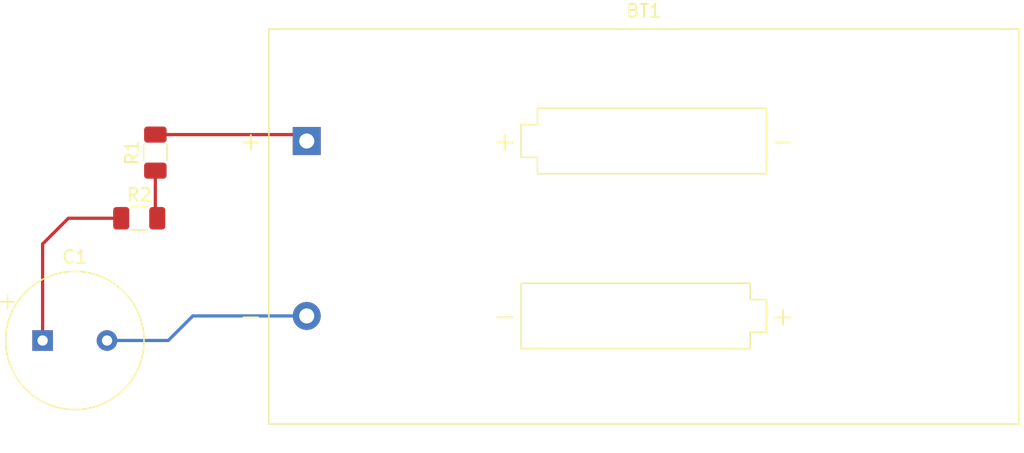
<source format=kicad_pcb>
(kicad_pcb (version 20171130) (host pcbnew 5.0.0-rc3+dfsg1-2)

  (general
    (thickness 1.6)
    (drawings 0)
    (tracks 10)
    (zones 0)
    (modules 4)
    (nets 5)
  )

  (page A4)
  (layers
    (0 F.Cu signal)
    (31 B.Cu signal)
    (32 B.Adhes user)
    (33 F.Adhes user)
    (34 B.Paste user)
    (35 F.Paste user)
    (36 B.SilkS user)
    (37 F.SilkS user)
    (38 B.Mask user)
    (39 F.Mask user)
    (40 Dwgs.User user)
    (41 Cmts.User user)
    (42 Eco1.User user)
    (43 Eco2.User user)
    (44 Edge.Cuts user)
    (45 Margin user)
    (46 B.CrtYd user)
    (47 F.CrtYd user)
    (48 B.Fab user)
    (49 F.Fab user)
  )

  (setup
    (last_trace_width 0.25)
    (trace_clearance 0.2)
    (zone_clearance 0.508)
    (zone_45_only no)
    (trace_min 0.2)
    (segment_width 0.2)
    (edge_width 0.15)
    (via_size 0.8)
    (via_drill 0.4)
    (via_min_size 0.4)
    (via_min_drill 0.3)
    (uvia_size 0.3)
    (uvia_drill 0.1)
    (uvias_allowed no)
    (uvia_min_size 0.2)
    (uvia_min_drill 0.1)
    (pcb_text_width 0.3)
    (pcb_text_size 1.5 1.5)
    (mod_edge_width 0.15)
    (mod_text_size 1 1)
    (mod_text_width 0.15)
    (pad_size 1.524 1.524)
    (pad_drill 0.762)
    (pad_to_mask_clearance 0.2)
    (aux_axis_origin 0 0)
    (visible_elements FFFFFF7F)
    (pcbplotparams
      (layerselection 0x010fc_ffffffff)
      (usegerberextensions false)
      (usegerberattributes false)
      (usegerberadvancedattributes false)
      (creategerberjobfile false)
      (excludeedgelayer true)
      (linewidth 0.100000)
      (plotframeref false)
      (viasonmask false)
      (mode 1)
      (useauxorigin false)
      (hpglpennumber 1)
      (hpglpenspeed 20)
      (hpglpendiameter 15.000000)
      (psnegative false)
      (psa4output false)
      (plotreference true)
      (plotvalue true)
      (plotinvisibletext false)
      (padsonsilk false)
      (subtractmaskfromsilk false)
      (outputformat 1)
      (mirror false)
      (drillshape 1)
      (scaleselection 1)
      (outputdirectory ""))
  )

  (net 0 "")
  (net 1 "Net-(BT1-Pad1)")
  (net 2 GND)
  (net 3 "Net-(C1-Pad1)")
  (net 4 "Net-(R1-Pad1)")

  (net_class Default "This is the default net class."
    (clearance 0.2)
    (trace_width 0.25)
    (via_dia 0.8)
    (via_drill 0.4)
    (uvia_dia 0.3)
    (uvia_drill 0.1)
    (add_net GND)
    (add_net "Net-(BT1-Pad1)")
    (add_net "Net-(C1-Pad1)")
    (add_net "Net-(R1-Pad1)")
  )

  (module Battery:BatteryHolder_MPD_BC2AAPC_2xAA (layer F.Cu) (tedit 5AC8F8F7) (tstamp 5B5BC36D)
    (at 71.75 60.5)
    (descr "2xAA cell battery holder, Memory Protection Devices P/N BC2AAPC, http://www.memoryprotectiondevices.com/datasheets/BC2AAPC-datasheet.pdf")
    (tags "AA battery cell holder")
    (path /5B431438)
    (fp_text reference BT1 (at 26.16 -10.11) (layer F.SilkS)
      (effects (font (size 1 1) (thickness 0.15)))
    )
    (fp_text value 9V (at 26.16 23.39) (layer F.Fab)
      (effects (font (size 1 1) (thickness 0.15)))
    )
    (fp_line (start -2.84 -8.61) (end -2.84 21.89) (layer F.Fab) (width 0.1))
    (fp_line (start -2.84 21.89) (end 55.16 21.89) (layer F.Fab) (width 0.1))
    (fp_line (start 55.16 21.89) (end 55.16 -8.61) (layer F.Fab) (width 0.1))
    (fp_line (start 55.16 -8.61) (end -2.84 -8.61) (layer F.Fab) (width 0.1))
    (fp_line (start -2.94 -8.71) (end -2.94 21.99) (layer F.SilkS) (width 0.12))
    (fp_line (start -2.94 21.99) (end 55.26 21.99) (layer F.SilkS) (width 0.12))
    (fp_line (start 55.26 21.99) (end 55.26 -8.71) (layer F.SilkS) (width 0.12))
    (fp_line (start 55.26 -8.71) (end -2.94 -8.71) (layer F.SilkS) (width 0.12))
    (fp_line (start -3.34 -9.11) (end -3.34 22.39) (layer F.CrtYd) (width 0.05))
    (fp_line (start -3.34 22.39) (end 55.66 22.39) (layer F.CrtYd) (width 0.05))
    (fp_line (start 55.66 22.39) (end 55.66 -9.11) (layer F.CrtYd) (width 0.05))
    (fp_line (start 55.66 -9.11) (end -3.34 -9.11) (layer F.CrtYd) (width 0.05))
    (fp_line (start 35.685 2.54) (end 17.905 2.54) (layer F.SilkS) (width 0.12))
    (fp_line (start 17.905 2.54) (end 17.905 1.27) (layer F.SilkS) (width 0.12))
    (fp_line (start 17.905 1.27) (end 16.635 1.27) (layer F.SilkS) (width 0.12))
    (fp_line (start 16.635 1.27) (end 16.635 -1.27) (layer F.SilkS) (width 0.12))
    (fp_line (start 16.635 -1.27) (end 17.905 -1.27) (layer F.SilkS) (width 0.12))
    (fp_line (start 17.905 -1.27) (end 17.905 -2.54) (layer F.SilkS) (width 0.12))
    (fp_line (start 17.905 -2.54) (end 35.685 -2.54) (layer F.SilkS) (width 0.12))
    (fp_line (start 35.685 -2.54) (end 35.685 2.54) (layer F.SilkS) (width 0.12))
    (fp_line (start 16.635 16.13) (end 34.415 16.13) (layer F.SilkS) (width 0.12))
    (fp_line (start 34.415 16.13) (end 34.415 14.86) (layer F.SilkS) (width 0.12))
    (fp_line (start 34.415 14.86) (end 35.685 14.86) (layer F.SilkS) (width 0.12))
    (fp_line (start 35.685 14.86) (end 35.685 12.32) (layer F.SilkS) (width 0.12))
    (fp_line (start 35.685 12.32) (end 34.415 12.32) (layer F.SilkS) (width 0.12))
    (fp_line (start 34.415 12.32) (end 34.415 11.05) (layer F.SilkS) (width 0.12))
    (fp_line (start 34.415 11.05) (end 16.635 11.05) (layer F.SilkS) (width 0.12))
    (fp_line (start 16.635 11.05) (end 16.635 16.13) (layer F.SilkS) (width 0.12))
    (fp_text user %R (at 26.16 6.63) (layer F.Fab)
      (effects (font (size 1 1) (thickness 0.15)))
    )
    (fp_text user - (at 36.955 0) (layer F.SilkS)
      (effects (font (size 1.5 1.5) (thickness 0.15)))
    )
    (fp_text user + (at 15.365 0) (layer F.SilkS)
      (effects (font (size 1.5 1.5) (thickness 0.15)))
    )
    (fp_text user - (at 15.365 13.59) (layer F.SilkS)
      (effects (font (size 1.5 1.5) (thickness 0.15)))
    )
    (fp_text user + (at 36.955 13.59) (layer F.SilkS)
      (effects (font (size 1.5 1.5) (thickness 0.15)))
    )
    (fp_text user + (at -4.34 0) (layer F.SilkS)
      (effects (font (size 1.5 1.5) (thickness 0.15)))
    )
    (fp_text user - (at -4.34 13.59) (layer F.SilkS)
      (effects (font (size 1.5 1.5) (thickness 0.15)))
    )
    (pad 1 thru_hole rect (at 0 0) (size 2.17 2.17) (drill 1.17) (layers *.Cu *.Mask)
      (net 1 "Net-(BT1-Pad1)"))
    (pad 2 thru_hole circle (at 0 13.59) (size 2.17 2.17) (drill 1.17) (layers *.Cu *.Mask)
      (net 2 GND))
    (pad "" np_thru_hole circle (at 26.16 6.63) (size 3.65 3.65) (drill 3.65) (layers *.Cu *.Mask))
    (model ${KISYS3DMOD}/Battery.3dshapes/BatteryHolder_MPD_BC2AAPC_2xAA.wrl
      (at (xyz 0 0 0))
      (scale (xyz 1 1 1))
      (rotate (xyz 0 0 0))
    )
  )

  (module Resistor_SMD:R_1206_3216Metric (layer F.Cu) (tedit 5B20DC38) (tstamp 5B5BC1DF)
    (at 60 61.4 90)
    (descr "Resistor SMD 1206 (3216 Metric), square (rectangular) end terminal, IPC_7351 nominal, (Body size source: http://www.tortai-tech.com/upload/download/2011102023233369053.pdf), generated with kicad-footprint-generator")
    (tags resistor)
    (path /5B431328)
    (attr smd)
    (fp_text reference R1 (at 0 -1.82 90) (layer F.SilkS)
      (effects (font (size 1 1) (thickness 0.15)))
    )
    (fp_text value 10k (at 0 1.82 90) (layer F.Fab)
      (effects (font (size 1 1) (thickness 0.15)))
    )
    (fp_line (start -1.6 0.8) (end -1.6 -0.8) (layer F.Fab) (width 0.1))
    (fp_line (start -1.6 -0.8) (end 1.6 -0.8) (layer F.Fab) (width 0.1))
    (fp_line (start 1.6 -0.8) (end 1.6 0.8) (layer F.Fab) (width 0.1))
    (fp_line (start 1.6 0.8) (end -1.6 0.8) (layer F.Fab) (width 0.1))
    (fp_line (start -0.602064 -0.91) (end 0.602064 -0.91) (layer F.SilkS) (width 0.12))
    (fp_line (start -0.602064 0.91) (end 0.602064 0.91) (layer F.SilkS) (width 0.12))
    (fp_line (start -2.28 1.12) (end -2.28 -1.12) (layer F.CrtYd) (width 0.05))
    (fp_line (start -2.28 -1.12) (end 2.28 -1.12) (layer F.CrtYd) (width 0.05))
    (fp_line (start 2.28 -1.12) (end 2.28 1.12) (layer F.CrtYd) (width 0.05))
    (fp_line (start 2.28 1.12) (end -2.28 1.12) (layer F.CrtYd) (width 0.05))
    (fp_text user %R (at 0 0 90) (layer F.Fab)
      (effects (font (size 0.8 0.8) (thickness 0.12)))
    )
    (pad 1 smd roundrect (at -1.4 0 90) (size 1.25 1.75) (layers F.Cu F.Paste F.Mask) (roundrect_rratio 0.2)
      (net 4 "Net-(R1-Pad1)"))
    (pad 2 smd roundrect (at 1.4 0 90) (size 1.25 1.75) (layers F.Cu F.Paste F.Mask) (roundrect_rratio 0.2)
      (net 1 "Net-(BT1-Pad1)"))
    (model ${KISYS3DMOD}/Resistor_SMD.3dshapes/R_1206_3216Metric.wrl
      (at (xyz 0 0 0))
      (scale (xyz 1 1 1))
      (rotate (xyz 0 0 0))
    )
  )

  (module Capacitor_THT:CP_Radial_Tantal_D10.5mm_P5.00mm (layer F.Cu) (tedit 5AE50EF0) (tstamp 5B5D0FE8)
    (at 51.25 76)
    (descr "CP, Radial_Tantal series, Radial, pin pitch=5.00mm, , diameter=10.5mm, Tantal Electrolytic Capacitor, http://cdn-reichelt.de/documents/datenblatt/B300/TANTAL-TB-Serie%23.pdf")
    (tags "CP Radial_Tantal series Radial pin pitch 5.00mm  diameter 10.5mm Tantal Electrolytic Capacitor")
    (path /5B4314AB)
    (fp_text reference C1 (at 2.5 -6.5) (layer F.SilkS)
      (effects (font (size 1 1) (thickness 0.15)))
    )
    (fp_text value 1u (at 2.5 6.5) (layer F.Fab)
      (effects (font (size 1 1) (thickness 0.15)))
    )
    (fp_circle (center 2.5 0) (end 7.75 0) (layer F.Fab) (width 0.1))
    (fp_circle (center 2.5 0) (end 7.87 0) (layer F.SilkS) (width 0.12))
    (fp_circle (center 2.5 0) (end 8 0) (layer F.CrtYd) (width 0.05))
    (fp_line (start -2.004387 -2.2975) (end -0.954387 -2.2975) (layer F.Fab) (width 0.1))
    (fp_line (start -1.479387 -2.8225) (end -1.479387 -1.7725) (layer F.Fab) (width 0.1))
    (fp_line (start -3.247133 -3.015) (end -2.197133 -3.015) (layer F.SilkS) (width 0.12))
    (fp_line (start -2.722133 -3.54) (end -2.722133 -2.49) (layer F.SilkS) (width 0.12))
    (fp_text user %R (at 2.5 0) (layer F.Fab)
      (effects (font (size 1 1) (thickness 0.15)))
    )
    (pad 1 thru_hole rect (at 0 0) (size 1.6 1.6) (drill 0.8) (layers *.Cu *.Mask)
      (net 3 "Net-(C1-Pad1)"))
    (pad 2 thru_hole circle (at 5 0) (size 1.6 1.6) (drill 0.8) (layers *.Cu *.Mask)
      (net 2 GND))
    (model ${KISYS3DMOD}/Capacitor_THT.3dshapes/CP_Radial_Tantal_D10.5mm_P5.00mm.wrl
      (at (xyz 0 0 0))
      (scale (xyz 1 1 1))
      (rotate (xyz 0 0 0))
    )
  )

  (module Resistor_SMD:R_1206_3216Metric (layer F.Cu) (tedit 5B20DC38) (tstamp 5B5D10B5)
    (at 58.75 66.5)
    (descr "Resistor SMD 1206 (3216 Metric), square (rectangular) end terminal, IPC_7351 nominal, (Body size source: http://www.tortai-tech.com/upload/download/2011102023233369053.pdf), generated with kicad-footprint-generator")
    (tags resistor)
    (path /5B5CC4D4)
    (attr smd)
    (fp_text reference R2 (at 0 -1.82) (layer F.SilkS)
      (effects (font (size 1 1) (thickness 0.15)))
    )
    (fp_text value 10k (at 0 1.82) (layer F.Fab)
      (effects (font (size 1 1) (thickness 0.15)))
    )
    (fp_line (start -1.6 0.8) (end -1.6 -0.8) (layer F.Fab) (width 0.1))
    (fp_line (start -1.6 -0.8) (end 1.6 -0.8) (layer F.Fab) (width 0.1))
    (fp_line (start 1.6 -0.8) (end 1.6 0.8) (layer F.Fab) (width 0.1))
    (fp_line (start 1.6 0.8) (end -1.6 0.8) (layer F.Fab) (width 0.1))
    (fp_line (start -0.602064 -0.91) (end 0.602064 -0.91) (layer F.SilkS) (width 0.12))
    (fp_line (start -0.602064 0.91) (end 0.602064 0.91) (layer F.SilkS) (width 0.12))
    (fp_line (start -2.28 1.12) (end -2.28 -1.12) (layer F.CrtYd) (width 0.05))
    (fp_line (start -2.28 -1.12) (end 2.28 -1.12) (layer F.CrtYd) (width 0.05))
    (fp_line (start 2.28 -1.12) (end 2.28 1.12) (layer F.CrtYd) (width 0.05))
    (fp_line (start 2.28 1.12) (end -2.28 1.12) (layer F.CrtYd) (width 0.05))
    (fp_text user %R (at 0 0) (layer F.Fab)
      (effects (font (size 0.8 0.8) (thickness 0.12)))
    )
    (pad 1 smd roundrect (at -1.4 0) (size 1.25 1.75) (layers F.Cu F.Paste F.Mask) (roundrect_rratio 0.2)
      (net 3 "Net-(C1-Pad1)"))
    (pad 2 smd roundrect (at 1.4 0) (size 1.25 1.75) (layers F.Cu F.Paste F.Mask) (roundrect_rratio 0.2)
      (net 4 "Net-(R1-Pad1)"))
    (model ${KISYS3DMOD}/Resistor_SMD.3dshapes/R_1206_3216Metric.wrl
      (at (xyz 0 0 0))
      (scale (xyz 1 1 1))
      (rotate (xyz 0 0 0))
    )
  )

  (segment (start 71.25 60) (end 71.75 60.5) (width 0.25) (layer F.Cu) (net 1))
  (segment (start 60 60) (end 71.25 60) (width 0.25) (layer F.Cu) (net 1))
  (segment (start 62.91 74.09) (end 61 76) (width 0.25) (layer B.Cu) (net 2))
  (segment (start 71.75 74.09) (end 62.91 74.09) (width 0.25) (layer B.Cu) (net 2))
  (segment (start 56.25 76) (end 61 76) (width 0.25) (layer B.Cu) (net 2))
  (segment (start 53.25 66.5) (end 51.25 68.5) (width 0.25) (layer F.Cu) (net 3))
  (segment (start 57.35 66.5) (end 53.25 66.5) (width 0.25) (layer F.Cu) (net 3))
  (segment (start 51.25 76) (end 51.25 68.5) (width 0.25) (layer F.Cu) (net 3))
  (segment (start 60 66.35) (end 60.15 66.5) (width 0.25) (layer F.Cu) (net 4))
  (segment (start 60 62.8) (end 60 66.35) (width 0.25) (layer F.Cu) (net 4))

)
='#n285'>285</a>
<a id='n286' href='#n286'>286</a>
<a id='n287' href='#n287'>287</a>
<a id='n288' href='#n288'>288</a>
<a id='n289' href='#n289'>289</a>
<a id='n290' href='#n290'>290</a>
<a id='n291' href='#n291'>291</a>
<a id='n292' href='#n292'>292</a>
<a id='n293' href='#n293'>293</a>
<a id='n294' href='#n294'>294</a>
<a id='n295' href='#n295'>295</a>
<a id='n296' href='#n296'>296</a>
<a id='n297' href='#n297'>297</a>
<a id='n298' href='#n298'>298</a>
<a id='n299' href='#n299'>299</a>
<a id='n300' href='#n300'>300</a>
<a id='n301' href='#n301'>301</a>
<a id='n302' href='#n302'>302</a>
<a id='n303' href='#n303'>303</a>
<a id='n304' href='#n304'>304</a>
<a id='n305' href='#n305'>305</a>
<a id='n306' href='#n306'>306</a>
<a id='n307' href='#n307'>307</a>
<a id='n308' href='#n308'>308</a>
<a id='n309' href='#n309'>309</a>
<a id='n310' href='#n310'>310</a>
<a id='n311' href='#n311'>311</a>
<a id='n312' href='#n312'>312</a>
<a id='n313' href='#n313'>313</a>
<a id='n314' href='#n314'>314</a>
<a id='n315' href='#n315'>315</a>
<a id='n316' href='#n316'>316</a>
<a id='n317' href='#n317'>317</a>
<a id='n318' href='#n318'>318</a>
<a id='n319' href='#n319'>319</a>
<a id='n320' href='#n320'>320</a>
<a id='n321' href='#n321'>321</a>
<a id='n322' href='#n322'>322</a>
<a id='n323' href='#n323'>323</a>
<a id='n324' href='#n324'>324</a>
<a id='n325' href='#n325'>325</a>
<a id='n326' href='#n326'>326</a>
<a id='n327' href='#n327'>327</a>
<a id='n328' href='#n328'>328</a>
<a id='n329' href='#n329'>329</a>
<a id='n330' href='#n330'>330</a>
<a id='n331' href='#n331'>331</a>
<a id='n332' href='#n332'>332</a>
<a id='n333' href='#n333'>333</a>
<a id='n334' href='#n334'>334</a>
<a id='n335' href='#n335'>335</a>
<a id='n336' href='#n336'>336</a>
<a id='n337' href='#n337'>337</a>
<a id='n338' href='#n338'>338</a>
<a id='n339' href='#n339'>339</a>
<a id='n340' href='#n340'>340</a>
<a id='n341' href='#n341'>341</a>
<a id='n342' href='#n342'>342</a>
<a id='n343' href='#n343'>343</a>
<a id='n344' href='#n344'>344</a>
<a id='n345' href='#n345'>345</a>
<a id='n346' href='#n346'>346</a>
<a id='n347' href='#n347'>347</a>
<a id='n348' href='#n348'>348</a>
<a id='n349' href='#n349'>349</a>
<a id='n350' href='#n350'>350</a>
<a id='n351' href='#n351'>351</a>
<a id='n352' href='#n352'>352</a>
<a id='n353' href='#n353'>353</a>
<a id='n354' href='#n354'>354</a>
<a id='n355' href='#n355'>355</a>
<a id='n356' href='#n356'>356</a>
<a id='n357' href='#n357'>357</a>
<a id='n358' href='#n358'>358</a>
<a id='n359' href='#n359'>359</a>
<a id='n360' href='#n360'>360</a>
<a id='n361' href='#n361'>361</a>
<a id='n362' href='#n362'>362</a>
<a id='n363' href='#n363'>363</a>
<a id='n364' href='#n364'>364</a>
<a id='n365' href='#n365'>365</a>
<a id='n366' href='#n366'>366</a>
<a id='n367' href='#n367'>367</a>
<a id='n368' href='#n368'>368</a>
<a id='n369' href='#n369'>369</a>
<a id='n370' href='#n370'>370</a>
<a id='n371' href='#n371'>371</a>
<a id='n372' href='#n372'>372</a>
<a id='n373' href='#n373'>373</a>
<a id='n374' href='#n374'>374</a>
<a id='n375' href='#n375'>375</a>
<a id='n376' href='#n376'>376</a>
<a id='n377' href='#n377'>377</a>
<a id='n378' href='#n378'>378</a>
<a id='n379' href='#n379'>379</a>
<a id='n380' href='#n380'>380</a>
<a id='n381' href='#n381'>381</a>
<a id='n382' href='#n382'>382</a>
<a id='n383' href='#n383'>383</a>
<a id='n384' href='#n384'>384</a>
<a id='n385' href='#n385'>385</a>
<a id='n386' href='#n386'>386</a>
<a id='n387' href='#n387'>387</a>
<a id='n388' href='#n388'>388</a>
<a id='n389' href='#n389'>389</a>
<a id='n390' href='#n390'>390</a>
<a id='n391' href='#n391'>391</a>
<a id='n392' href='#n392'>392</a>
<a id='n393' href='#n393'>393</a>
<a id='n394' href='#n394'>394</a>
<a id='n395' href='#n395'>395</a>
<a id='n396' href='#n396'>396</a>
<a id='n397' href='#n397'>397</a>
<a id='n398' href='#n398'>398</a>
<a id='n399' href='#n399'>399</a>
<a id='n400' href='#n400'>400</a>
<a id='n401' href='#n401'>401</a>
<a id='n402' href='#n402'>402</a>
<a id='n403' href='#n403'>403</a>
<a id='n404' href='#n404'>404</a>
<a id='n405' href='#n405'>405</a>
<a id='n406' href='#n406'>406</a>
<a id='n407' href='#n407'>407</a>
<a id='n408' href='#n408'>408</a>
<a id='n409' href='#n409'>409</a>
<a id='n410' href='#n410'>410</a>
<a id='n411' href='#n411'>411</a>
<a id='n412' href='#n412'>412</a>
<a id='n413' href='#n413'>413</a>
<a id='n414' href='#n414'>414</a>
<a id='n415' href='#n415'>415</a>
<a id='n416' href='#n416'>416</a>
<a id='n417' href='#n417'>417</a>
<a id='n418' href='#n418'>418</a>
<a id='n419' href='#n419'>419</a>
<a id='n420' href='#n420'>420</a>
<a id='n421' href='#n421'>421</a>
<a id='n422' href='#n422'>422</a>
<a id='n423' href='#n423'>423</a>
<a id='n424' href='#n424'>424</a>
<a id='n425' href='#n425'>425</a>
<a id='n426' href='#n426'>426</a>
<a id='n427' href='#n427'>427</a>
<a id='n428' href='#n428'>428</a>
<a id='n429' href='#n429'>429</a>
<a id='n430' href='#n430'>430</a>
<a id='n431' href='#n431'>431</a>
<a id='n432' href='#n432'>432</a>
<a id='n433' href='#n433'>433</a>
<a id='n434' href='#n434'>434</a>
<a id='n435' href='#n435'>435</a>
<a id='n436' href='#n436'>436</a>
<a id='n437' href='#n437'>437</a>
<a id='n438' href='#n438'>438</a>
<a id='n439' href='#n439'>439</a>
<a id='n440' href='#n440'>440</a>
<a id='n441' href='#n441'>441</a>
<a id='n442' href='#n442'>442</a>
<a id='n443' href='#n443'>443</a>
<a id='n444' href='#n444'>444</a>
<a id='n445' href='#n445'>445</a>
<a id='n446' href='#n446'>446</a>
<a id='n447' href='#n447'>447</a>
<a id='n448' href='#n448'>448</a>
<a id='n449' href='#n449'>449</a>
<a id='n450' href='#n450'>450</a>
<a id='n451' href='#n451'>451</a>
<a id='n452' href='#n452'>452</a>
<a id='n453' href='#n453'>453</a>
<a id='n454' href='#n454'>454</a>
<a id='n455' href='#n455'>455</a>
<a id='n456' href='#n456'>456</a>
<a id='n457' href='#n457'>457</a>
<a id='n458' href='#n458'>458</a>
<a id='n459' href='#n459'>459</a>
<a id='n460' href='#n460'>460</a>
<a id='n461' href='#n461'>461</a>
<a id='n462' href='#n462'>462</a>
<a id='n463' href='#n463'>463</a>
<a id='n464' href='#n464'>464</a>
<a id='n465' href='#n465'>465</a>
<a id='n466' href='#n466'>466</a>
<a id='n467' href='#n467'>467</a>
<a id='n468' href='#n468'>468</a>
<a id='n469' href='#n469'>469</a>
<a id='n470' href='#n470'>470</a>
<a id='n471' href='#n471'>471</a>
<a id='n472' href='#n472'>472</a>
<a id='n473' href='#n473'>473</a>
<a id='n474' href='#n474'>474</a>
<a id='n475' href='#n475'>475</a>
<a id='n476' href='#n476'>476</a>
<a id='n477' href='#n477'>477</a>
<a id='n478' href='#n478'>478</a>
<a id='n479' href='#n479'>479</a>
<a id='n480' href='#n480'>480</a>
<a id='n481' href='#n481'>481</a>
<a id='n482' href='#n482'>482</a>
<a id='n483' href='#n483'>483</a>
<a id='n484' href='#n484'>484</a>
<a id='n485' href='#n485'>485</a>
<a id='n486' href='#n486'>486</a>
<a id='n487' href='#n487'>487</a>
<a id='n488' href='#n488'>488</a>
<a id='n489' href='#n489'>489</a>
<a id='n490' href='#n490'>490</a>
<a id='n491' href='#n491'>491</a>
<a id='n492' href='#n492'>492</a>
<a id='n493' href='#n493'>493</a>
<a id='n494' href='#n494'>494</a>
<a id='n495' href='#n495'>495</a>
<a id='n496' href='#n496'>496</a>
<a id='n497' href='#n497'>497</a>
<a id='n498' href='#n498'>498</a>
<a id='n499' href='#n499'>499</a>
<a id='n500' href='#n500'>500</a>
<a id='n501' href='#n501'>501</a>
<a id='n502' href='#n502'>502</a>
<a id='n503' href='#n503'>503</a>
<a id='n504' href='#n504'>504</a>
<a id='n505' href='#n505'>505</a>
<a id='n506' href='#n506'>506</a>
<a id='n507' href='#n507'>507</a>
<a id='n508' href='#n508'>508</a>
<a id='n509' href='#n509'>509</a>
<a id='n510' href='#n510'>510</a>
<a id='n511' href='#n511'>511</a>
<a id='n512' href='#n512'>512</a>
<a id='n513' href='#n513'>513</a>
<a id='n514' href='#n514'>514</a>
<a id='n515' href='#n515'>515</a>
<a id='n516' href='#n516'>516</a>
<a id='n517' href='#n517'>517</a>
<a id='n518' href='#n518'>518</a>
<a id='n519' href='#n519'>519</a>
<a id='n520' href='#n520'>520</a>
<a id='n521' href='#n521'>521</a>
<a id='n522' href='#n522'>522</a>
<a id='n523' href='#n523'>523</a>
<a id='n524' href='#n524'>524</a>
<a id='n525' href='#n525'>525</a>
<a id='n526' href='#n526'>526</a>
<a id='n527' href='#n527'>527</a>
<a id='n528' href='#n528'>528</a>
<a id='n529' href='#n529'>529</a>
<a id='n530' href='#n530'>530</a>
<a id='n531' href='#n531'>531</a>
<a id='n532' href='#n532'>532</a>
<a id='n533' href='#n533'>533</a>
<a id='n534' href='#n534'>534</a>
<a id='n535' href='#n535'>535</a>
<a id='n536' href='#n536'>536</a>
<a id='n537' href='#n537'>537</a>
<a id='n538' href='#n538'>538</a>
<a id='n539' href='#n539'>539</a>
<a id='n540' href='#n540'>540</a>
<a id='n541' href='#n541'>541</a>
<a id='n542' href='#n542'>542</a>
<a id='n543' href='#n543'>543</a>
<a id='n544' href='#n544'>544</a>
<a id='n545' href='#n545'>545</a>
<a id='n546' href='#n546'>546</a>
<a id='n547' href='#n547'>547</a>
<a id='n548' href='#n548'>548</a>
<a id='n549' href='#n549'>549</a>
<a id='n550' href='#n550'>550</a>
<a id='n551' href='#n551'>551</a>
<a id='n552' href='#n552'>552</a>
<a id='n553' href='#n553'>553</a>
<a id='n554' href='#n554'>554</a>
<a id='n555' href='#n555'>555</a>
<a id='n556' href='#n556'>556</a>
<a id='n557' href='#n557'>557</a>
<a id='n558' href='#n558'>558</a>
<a id='n559' href='#n559'>559</a>
<a id='n560' href='#n560'>560</a>
<a id='n561' href='#n561'>561</a>
<a id='n562' href='#n562'>562</a>
<a id='n563' href='#n563'>563</a>
<a id='n564' href='#n564'>564</a>
<a id='n565' href='#n565'>565</a>
<a id='n566' href='#n566'>566</a>
<a id='n567' href='#n567'>567</a>
<a id='n568' href='#n568'>568</a>
<a id='n569' href='#n569'>569</a>
<a id='n570' href='#n570'>570</a>
<a id='n571' href='#n571'>571</a>
<a id='n572' href='#n572'>572</a>
<a id='n573' href='#n573'>573</a>
<a id='n574' href='#n574'>574</a>
<a id='n575' href='#n575'>575</a>
<a id='n576' href='#n576'>576</a>
<a id='n577' href='#n577'>577</a>
<a id='n578' href='#n578'>578</a>
<a id='n579' href='#n579'>579</a>
<a id='n580' href='#n580'>580</a>
<a id='n581' href='#n581'>581</a>
<a id='n582' href='#n582'>582</a>
<a id='n583' href='#n583'>583</a>
<a id='n584' href='#n584'>584</a>
<a id='n585' href='#n585'>585</a>
<a id='n586' href='#n586'>586</a>
<a id='n587' href='#n587'>587</a>
<a id='n588' href='#n588'>588</a>
<a id='n589' href='#n589'>589</a>
<a id='n590' href='#n590'>590</a>
<a id='n591' href='#n591'>591</a>
<a id='n592' href='#n592'>592</a>
<a id='n593' href='#n593'>593</a>
<a id='n594' href='#n594'>594</a>
<a id='n595' href='#n595'>595</a>
<a id='n596' href='#n596'>596</a>
<a id='n597' href='#n597'>597</a>
<a id='n598' href='#n598'>598</a>
<a id='n599' href='#n599'>599</a>
<a id='n600' href='#n600'>600</a>
<a id='n601' href='#n601'>601</a>
<a id='n602' href='#n602'>602</a>
<a id='n603' href='#n603'>603</a>
<a id='n604' href='#n604'>604</a>
<a id='n605' href='#n605'>605</a>
<a id='n606' href='#n606'>606</a>
<a id='n607' href='#n607'>607</a>
<a id='n608' href='#n608'>608</a>
<a id='n609' href='#n609'>609</a>
<a id='n610' href='#n610'>610</a>
<a id='n611' href='#n611'>611</a>
<a id='n612' href='#n612'>612</a>
<a id='n613' href='#n613'>613</a>
<a id='n614' href='#n614'>614</a>
<a id='n615' href='#n615'>615</a>
<a id='n616' href='#n616'>616</a>
<a id='n617' href='#n617'>617</a>
<a id='n618' href='#n618'>618</a>
<a id='n619' href='#n619'>619</a>
<a id='n620' href='#n620'>620</a>
<a id='n621' href='#n621'>621</a>
<a id='n622' href='#n622'>622</a>
<a id='n623' href='#n623'>623</a>
<a id='n624' href='#n624'>624</a>
<a id='n625' href='#n625'>625</a>
<a id='n626' href='#n626'>626</a>
<a id='n627' href='#n627'>627</a>
<a id='n628' href='#n628'>628</a>
<a id='n629' href='#n629'>629</a>
<a id='n630' href='#n630'>630</a>
<a id='n631' href='#n631'>631</a>
<a id='n632' href='#n632'>632</a>
<a id='n633' href='#n633'>633</a>
<a id='n634' href='#n634'>634</a>
<a id='n635' href='#n635'>635</a>
<a id='n636' href='#n636'>636</a>
<a id='n637' href='#n637'>637</a>
<a id='n638' href='#n638'>638</a>
<a id='n639' href='#n639'>639</a>
<a id='n640' href='#n640'>640</a>
<a id='n641' href='#n641'>641</a>
<a id='n642' href='#n642'>642</a>
<a id='n643' href='#n643'>643</a>
<a id='n644' href='#n644'>644</a>
<a id='n645' href='#n645'>645</a>
<a id='n646' href='#n646'>646</a>
<a id='n647' href='#n647'>647</a>
<a id='n648' href='#n648'>648</a>
<a id='n649' href='#n649'>649</a>
<a id='n650' href='#n650'>650</a>
<a id='n651' href='#n651'>651</a>
<a id='n652' href='#n652'>652</a>
<a id='n653' href='#n653'>653</a>
<a id='n654' href='#n654'>654</a>
<a id='n655' href='#n655'>655</a>
<a id='n656' href='#n656'>656</a>
<a id='n657' href='#n657'>657</a>
<a id='n658' href='#n658'>658</a>
<a id='n659' href='#n659'>659</a>
<a id='n660' href='#n660'>660</a>
<a id='n661' href='#n661'>661</a>
<a id='n662' href='#n662'>662</a>
<a id='n663' href='#n663'>663</a>
<a id='n664' href='#n664'>664</a>
<a id='n665' href='#n665'>665</a>
<a id='n666' href='#n666'>666</a>
<a id='n667' href='#n667'>667</a>
<a id='n668' href='#n668'>668</a>
<a id='n669' href='#n669'>669</a>
<a id='n670' href='#n670'>670</a>
<a id='n671' href='#n671'>671</a>
<a id='n672' href='#n672'>672</a>
<a id='n673' href='#n673'>673</a>
<a id='n674' href='#n674'>674</a>
<a id='n675' href='#n675'>675</a>
<a id='n676' href='#n676'>676</a>
<a id='n677' href='#n677'>677</a>
<a id='n678' href='#n678'>678</a>
<a id='n679' href='#n679'>679</a>
<a id='n680' href='#n680'>680</a>
<a id='n681' href='#n681'>681</a>
<a id='n682' href='#n682'>682</a>
<a id='n683' href='#n683'>683</a>
<a id='n684' href='#n684'>684</a>
<a id='n685' href='#n685'>685</a>
<a id='n686' href='#n686'>686</a>
<a id='n687' href='#n687'>687</a>
<a id='n688' href='#n688'>688</a>
<a id='n689' href='#n689'>689</a>
<a id='n690' href='#n690'>690</a>
<a id='n691' href='#n691'>691</a>
<a id='n692' href='#n692'>692</a>
<a id='n693' href='#n693'>693</a>
<a id='n694' href='#n694'>694</a>
<a id='n695' href='#n695'>695</a>
<a id='n696' href='#n696'>696</a>
<a id='n697' href='#n697'>697</a>
<a id='n698' href='#n698'>698</a>
<a id='n699' href='#n699'>699</a>
<a id='n700' href='#n700'>700</a>
<a id='n701' href='#n701'>701</a>
<a id='n702' href='#n702'>702</a>
<a id='n703' href='#n703'>703</a>
<a id='n704' href='#n704'>704</a>
<a id='n705' href='#n705'>705</a>
<a id='n706' href='#n706'>706</a>
<a id='n707' href='#n707'>707</a>
<a id='n708' href='#n708'>708</a>
<a id='n709' href='#n709'>709</a>
<a id='n710' href='#n710'>710</a>
<a id='n711' href='#n711'>711</a>
<a id='n712' href='#n712'>712</a>
<a id='n713' href='#n713'>713</a>
<a id='n714' href='#n714'>714</a>
<a id='n715' href='#n715'>715</a>
<a id='n716' href='#n716'>716</a>
<a id='n717' href='#n717'>717</a>
<a id='n718' href='#n718'>718</a>
<a id='n719' href='#n719'>719</a>
<a id='n720' href='#n720'>720</a>
<a id='n721' href='#n721'>721</a>
<a id='n722' href='#n722'>722</a>
<a id='n723' href='#n723'>723</a>
<a id='n724' href='#n724'>724</a>
<a id='n725' href='#n725'>725</a>
<a id='n726' href='#n726'>726</a>
<a id='n727' href='#n727'>727</a>
<a id='n728' href='#n728'>728</a>
<a id='n729' href='#n729'>729</a>
<a id='n730' href='#n730'>730</a>
<a id='n731' href='#n731'>731</a>
<a id='n732' href='#n732'>732</a>
<a id='n733' href='#n733'>733</a>
<a id='n734' href='#n734'>734</a>
<a id='n735' href='#n735'>735</a>
<a id='n736' href='#n736'>736</a>
<a id='n737' href='#n737'>737</a>
<a id='n738' href='#n738'>738</a>
<a id='n739' href='#n739'>739</a>
<a id='n740' href='#n740'>740</a>
<a id='n741' href='#n741'>741</a>
<a id='n742' href='#n742'>742</a>
<a id='n743' href='#n743'>743</a>
<a id='n744' href='#n744'>744</a>
<a id='n745' href='#n745'>745</a>
<a id='n746' href='#n746'>746</a>
<a id='n747' href='#n747'>747</a>
<a id='n748' href='#n748'>748</a>
<a id='n749' href='#n749'>749</a>
<a id='n750' href='#n750'>750</a>
<a id='n751' href='#n751'>751</a>
<a id='n752' href='#n752'>752</a>
<a id='n753' href='#n753'>753</a>
<a id='n754' href='#n754'>754</a>
<a id='n755' href='#n755'>755</a>
<a id='n756' href='#n756'>756</a>
<a id='n757' href='#n757'>757</a>
<a id='n758' href='#n758'>758</a>
<a id='n759' href='#n759'>759</a>
<a id='n760' href='#n760'>760</a>
<a id='n761' href='#n761'>761</a>
<a id='n762' href='#n762'>762</a>
<a id='n763' href='#n763'>763</a>
<a id='n764' href='#n764'>764</a>
<a id='n765' href='#n765'>765</a>
<a id='n766' href='#n766'>766</a>
<a id='n767' href='#n767'>767</a>
<a id='n768' href='#n768'>768</a>
<a id='n769' href='#n769'>769</a>
<a id='n770' href='#n770'>770</a>
<a id='n771' href='#n771'>771</a>
<a id='n772' href='#n772'>772</a>
<a id='n773' href='#n773'>773</a>
<a id='n774' href='#n774'>774</a>
<a id='n775' href='#n775'>775</a>
<a id='n776' href='#n776'>776</a>
<a id='n777' href='#n777'>777</a>
<a id='n778' href='#n778'>778</a>
<a id='n779' href='#n779'>779</a>
<a id='n780' href='#n780'>780</a>
<a id='n781' href='#n781'>781</a>
<a id='n782' href='#n782'>782</a>
<a id='n783' href='#n783'>783</a>
<a id='n784' href='#n784'>784</a>
<a id='n785' href='#n785'>785</a>
<a id='n786' href='#n786'>786</a>
<a id='n787' href='#n787'>787</a>
<a id='n788' href='#n788'>788</a>
<a id='n789' href='#n789'>789</a>
<a id='n790' href='#n790'>790</a>
<a id='n791' href='#n791'>791</a>
<a id='n792' href='#n792'>792</a>
<a id='n793' href='#n793'>793</a>
<a id='n794' href='#n794'>794</a>
<a id='n795' href='#n795'>795</a>
<a id='n796' href='#n796'>796</a>
<a id='n797' href='#n797'>797</a>
<a id='n798' href='#n798'>798</a>
<a id='n799' href='#n799'>799</a>
<a id='n800' href='#n800'>800</a>
<a id='n801' href='#n801'>801</a>
<a id='n802' href='#n802'>802</a>
<a id='n803' href='#n803'>803</a>
<a id='n804' href='#n804'>804</a>
<a id='n805' href='#n805'>805</a>
<a id='n806' href='#n806'>806</a>
<a id='n807' href='#n807'>807</a>
<a id='n808' href='#n808'>808</a>
<a id='n809' href='#n809'>809</a>
<a id='n810' href='#n810'>810</a>
<a id='n811' href='#n811'>811</a>
<a id='n812' href='#n812'>812</a>
<a id='n813' href='#n813'>813</a>
<a id='n814' href='#n814'>814</a>
<a id='n815' href='#n815'>815</a>
<a id='n816' href='#n816'>816</a>
<a id='n817' href='#n817'>817</a>
<a id='n818' href='#n818'>818</a>
<a id='n819' href='#n819'>819</a>
<a id='n820' href='#n820'>820</a>
<a id='n821' href='#n821'>821</a>
<a id='n822' href='#n822'>822</a>
<a id='n823' href='#n823'>823</a>
<a id='n824' href='#n824'>824</a>
<a id='n825' href='#n825'>825</a>
<a id='n826' href='#n826'>826</a>
<a id='n827' href='#n827'>827</a>
<a id='n828' href='#n828'>828</a>
<a id='n829' href='#n829'>829</a>
<a id='n830' href='#n830'>830</a>
<a id='n831' href='#n831'>831</a>
<a id='n832' href='#n832'>832</a>
<a id='n833' href='#n833'>833</a>
<a id='n834' href='#n834'>834</a>
<a id='n835' href='#n835'>835</a>
<a id='n836' href='#n836'>836</a>
<a id='n837' href='#n837'>837</a>
<a id='n838' href='#n838'>838</a>
<a id='n839' href='#n839'>839</a>
<a id='n840' href='#n840'>840</a>
<a id='n841' href='#n841'>841</a>
<a id='n842' href='#n842'>842</a>
<a id='n843' href='#n843'>843</a>
<a id='n844' href='#n844'>844</a>
<a id='n845' href='#n845'>845</a>
<a id='n846' href='#n846'>846</a>
<a id='n847' href='#n847'>847</a>
<a id='n848' href='#n848'>848</a>
<a id='n849' href='#n849'>849</a>
<a id='n850' href='#n850'>850</a>
<a id='n851' href='#n851'>851</a>
<a id='n852' href='#n852'>852</a>
<a id='n853' href='#n853'>853</a>
<a id='n854' href='#n854'>854</a>
<a id='n855' href='#n855'>855</a>
<a id='n856' href='#n856'>856</a>
<a id='n857' href='#n857'>857</a>
<a id='n858' href='#n858'>858</a>
<a id='n859' href='#n859'>859</a>
<a id='n860' href='#n860'>860</a>
<a id='n861' href='#n861'>861</a>
<a id='n862' href='#n862'>862</a>
<a id='n863' href='#n863'>863</a>
<a id='n864' href='#n864'>864</a>
<a id='n865' href='#n865'>865</a>
<a id='n866' href='#n866'>866</a>
<a id='n867' href='#n867'>867</a>
<a id='n868' href='#n868'>868</a>
<a id='n869' href='#n869'>869</a>
<a id='n870' href='#n870'>870</a>
<a id='n871' href='#n871'>871</a>
<a id='n872' href='#n872'>872</a>
<a id='n873' href='#n873'>873</a>
<a id='n874' href='#n874'>874</a>
<a id='n875' href='#n875'>875</a>
<a id='n876' href='#n876'>876</a>
<a id='n877' href='#n877'>877</a>
<a id='n878' href='#n878'>878</a>
<a id='n879' href='#n879'>879</a>
<a id='n880' href='#n880'>880</a>
<a id='n881' href='#n881'>881</a>
<a id='n882' href='#n882'>882</a>
<a id='n883' href='#n883'>883</a>
<a id='n884' href='#n884'>884</a>
<a id='n885' href='#n885'>885</a>
<a id='n886' href='#n886'>886</a>
<a id='n887' href='#n887'>887</a>
<a id='n888' href='#n888'>888</a>
<a id='n889' href='#n889'>889</a>
<a id='n890' href='#n890'>890</a>
<a id='n891' href='#n891'>891</a>
<a id='n892' href='#n892'>892</a>
<a id='n893' href='#n893'>893</a>
<a id='n894' href='#n894'>894</a>
<a id='n895' href='#n895'>895</a>
<a id='n896' href='#n896'>896</a>
<a id='n897' href='#n897'>897</a>
<a id='n898' href='#n898'>898</a>
<a id='n899' href='#n899'>899</a>
<a id='n900' href='#n900'>900</a>
<a id='n901' href='#n901'>901</a>
<a id='n902' href='#n902'>902</a>
<a id='n903' href='#n903'>903</a>
<a id='n904' href='#n904'>904</a>
<a id='n905' href='#n905'>905</a>
<a id='n906' href='#n906'>906</a>
<a id='n907' href='#n907'>907</a>
<a id='n908' href='#n908'>908</a>
<a id='n909' href='#n909'>909</a>
<a id='n910' href='#n910'>910</a>
<a id='n911' href='#n911'>911</a>
<a id='n912' href='#n912'>912</a>
<a id='n913' href='#n913'>913</a>
<a id='n914' href='#n914'>914</a>
<a id='n915' href='#n915'>915</a>
<a id='n916' href='#n916'>916</a>
<a id='n917' href='#n917'>917</a>
<a id='n918' href='#n918'>918</a>
<a id='n919' href='#n919'>919</a>
<a id='n920' href='#n920'>920</a>
<a id='n921' href='#n921'>921</a>
<a id='n922' href='#n922'>922</a>
<a id='n923' href='#n923'>923</a>
<a id='n924' href='#n924'>924</a>
<a id='n925' href='#n925'>925</a>
<a id='n926' href='#n926'>926</a>
<a id='n927' href='#n927'>927</a>
<a id='n928' href='#n928'>928</a>
<a id='n929' href='#n929'>929</a>
<a id='n930' href='#n930'>930</a>
<a id='n931' href='#n931'>931</a>
<a id='n932' href='#n932'>932</a>
<a id='n933' href='#n933'>933</a>
<a id='n934' href='#n934'>934</a>
<a id='n935' href='#n935'>935</a>
<a id='n936' href='#n936'>936</a>
<a id='n937' href='#n937'>937</a>
<a id='n938' href='#n938'>938</a>
<a id='n939' href='#n939'>939</a>
<a id='n940' href='#n940'>940</a>
<a id='n941' href='#n941'>941</a>
<a id='n942' href='#n942'>942</a>
<a id='n943' href='#n943'>943</a>
<a id='n944' href='#n944'>944</a>
<a id='n945' href='#n945'>945</a>
<a id='n946' href='#n946'>946</a>
<a id='n947' href='#n947'>947</a>
<a id='n948' href='#n948'>948</a>
<a id='n949' href='#n949'>949</a>
<a id='n950' href='#n950'>950</a>
<a id='n951' href='#n951'>951</a>
<a id='n952' href='#n952'>952</a>
<a id='n953' href='#n953'>953</a>
<a id='n954' href='#n954'>954</a>
<a id='n955' href='#n955'>955</a>
<a id='n956' href='#n956'>956</a>
<a id='n957' href='#n957'>957</a>
<a id='n958' href='#n958'>958</a>
<a id='n959' href='#n959'>959</a>
<a id='n960' href='#n960'>960</a>
<a id='n961' href='#n961'>961</a>
<a id='n962' href='#n962'>962</a>
<a id='n963' href='#n963'>963</a>
<a id='n964' href='#n964'>964</a>
<a id='n965' href='#n965'>965</a>
<a id='n966' href='#n966'>966</a>
<a id='n967' href='#n967'>967</a>
<a id='n968' href='#n968'>968</a>
<a id='n969' href='#n969'>969</a>
<a id='n970' href='#n970'>970</a>
<a id='n971' href='#n971'>971</a>
<a id='n972' href='#n972'>972</a>
<a id='n973' href='#n973'>973</a>
<a id='n974' href='#n974'>974</a>
<a id='n975' href='#n975'>975</a>
<a id='n976' href='#n976'>976</a>
<a id='n977' href='#n977'>977</a>
<a id='n978' href='#n978'>978</a>
<a id='n979' href='#n979'>979</a>
<a id='n980' href='#n980'>980</a>
<a id='n981' href='#n981'>981</a>
<a id='n982' href='#n982'>982</a>
<a id='n983' href='#n983'>983</a>
<a id='n984' href='#n984'>984</a>
<a id='n985' href='#n985'>985</a>
<a id='n986' href='#n986'>986</a>
<a id='n987' href='#n987'>987</a>
<a id='n988' href='#n988'>988</a>
<a id='n989' href='#n989'>989</a>
<a id='n990' href='#n990'>990</a>
<a id='n991' href='#n991'>991</a>
<a id='n992' href='#n992'>992</a>
<a id='n993' href='#n993'>993</a>
<a id='n994' href='#n994'>994</a>
<a id='n995' href='#n995'>995</a>
<a id='n996' href='#n996'>996</a>
<a id='n997' href='#n997'>997</a>
<a id='n998' href='#n998'>998</a>
<a id='n999' href='#n999'>999</a>
<a id='n1000' href='#n1000'>1000</a>
<a id='n1001' href='#n1001'>1001</a>
<a id='n1002' href='#n1002'>1002</a>
<a id='n1003' href='#n1003'>1003</a>
<a id='n1004' href='#n1004'>1004</a>
<a id='n1005' href='#n1005'>1005</a>
<a id='n1006' href='#n1006'>1006</a>
<a id='n1007' href='#n1007'>1007</a>
<a id='n1008' href='#n1008'>1008</a>
<a id='n1009' href='#n1009'>1009</a>
<a id='n1010' href='#n1010'>1010</a>
<a id='n1011' href='#n1011'>1011</a>
<a id='n1012' href='#n1012'>1012</a>
<a id='n1013' href='#n1013'>1013</a>
<a id='n1014' href='#n1014'>1014</a>
<a id='n1015' href='#n1015'>1015</a>
<a id='n1016' href='#n1016'>1016</a>
<a id='n1017' href='#n1017'>1017</a>
<a id='n1018' href='#n1018'>1018</a>
<a id='n1019' href='#n1019'>1019</a>
<a id='n1020' href='#n1020'>1020</a>
<a id='n1021' href='#n1021'>1021</a>
<a id='n1022' href='#n1022'>1022</a>
<a id='n1023' href='#n1023'>1023</a>
<a id='n1024' href='#n1024'>1024</a>
<a id='n1025' href='#n1025'>1025</a>
<a id='n1026' href='#n1026'>1026</a>
<a id='n1027' href='#n1027'>1027</a>
<a id='n1028' href='#n1028'>1028</a>
<a id='n1029' href='#n1029'>1029</a>
<a id='n1030' href='#n1030'>1030</a>
<a id='n1031' href='#n1031'>1031</a>
<a id='n1032' href='#n1032'>1032</a>
<a id='n1033' href='#n1033'>1033</a>
<a id='n1034' href='#n1034'>1034</a>
<a id='n1035' href='#n1035'>1035</a>
<a id='n1036' href='#n1036'>1036</a>
<a id='n1037' href='#n1037'>1037</a>
<a id='n1038' href='#n1038'>1038</a>
<a id='n1039' href='#n1039'>1039</a>
<a id='n1040' href='#n1040'>1040</a>
<a id='n1041' href='#n1041'>1041</a>
<a id='n1042' href='#n1042'>1042</a>
<a id='n1043' href='#n1043'>1043</a>
<a id='n1044' href='#n1044'>1044</a>
<a id='n1045' href='#n1045'>1045</a>
<a id='n1046' href='#n1046'>1046</a>
<a id='n1047' href='#n1047'>1047</a>
<a id='n1048' href='#n1048'>1048</a>
<a id='n1049' href='#n1049'>1049</a>
<a id='n1050' href='#n1050'>1050</a>
<a id='n1051' href='#n1051'>1051</a>
<a id='n1052' href='#n1052'>1052</a>
<a id='n1053' href='#n1053'>1053</a>
<a id='n1054' href='#n1054'>1054</a>
<a id='n1055' href='#n1055'>1055</a>
<a id='n1056' href='#n1056'>1056</a>
<a id='n1057' href='#n1057'>1057</a>
<a id='n1058' href='#n1058'>1058</a>
<a id='n1059' href='#n1059'>1059</a>
<a id='n1060' href='#n1060'>1060</a>
<a id='n1061' href='#n1061'>1061</a>
<a id='n1062' href='#n1062'>1062</a>
<a id='n1063' href='#n1063'>1063</a>
<a id='n1064' href='#n1064'>1064</a>
<a id='n1065' href='#n1065'>1065</a>
<a id='n1066' href='#n1066'>1066</a>
<a id='n1067' href='#n1067'>1067</a>
<a id='n1068' href='#n1068'>1068</a>
<a id='n1069' href='#n1069'>1069</a>
<a id='n1070' href='#n1070'>1070</a>
<a id='n1071' href='#n1071'>1071</a>
<a id='n1072' href='#n1072'>1072</a>
<a id='n1073' href='#n1073'>1073</a>
<a id='n1074' href='#n1074'>1074</a>
<a id='n1075' href='#n1075'>1075</a>
<a id='n1076' href='#n1076'>1076</a>
<a id='n1077' href='#n1077'>1077</a>
<a id='n1078' href='#n1078'>1078</a>
<a id='n1079' href='#n1079'>1079</a>
<a id='n1080' href='#n1080'>1080</a>
<a id='n1081' href='#n1081'>1081</a>
<a id='n1082' href='#n1082'>1082</a>
<a id='n1083' href='#n1083'>1083</a>
<a id='n1084' href='#n1084'>1084</a>
<a id='n1085' href='#n1085'>1085</a>
<a id='n1086' href='#n1086'>1086</a>
<a id='n1087' href='#n1087'>1087</a>
<a id='n1088' href='#n1088'>1088</a>
<a id='n1089' href='#n1089'>1089</a>
<a id='n1090' href='#n1090'>1090</a>
<a id='n1091' href='#n1091'>1091</a>
<a id='n1092' href='#n1092'>1092</a>
<a id='n1093' href='#n1093'>1093</a>
<a id='n1094' href='#n1094'>1094</a>
<a id='n1095' href='#n1095'>1095</a>
<a id='n1096' href='#n1096'>1096</a>
<a id='n1097' href='#n1097'>1097</a>
<a id='n1098' href='#n1098'>1098</a>
<a id='n1099' href='#n1099'>1099</a>
<a id='n1100' href='#n1100'>1100</a>
<a id='n1101' href='#n1101'>1101</a>
<a id='n1102' href='#n1102'>1102</a>
<a id='n1103' href='#n1103'>1103</a>
<a id='n1104' href='#n1104'>1104</a>
<a id='n1105' href='#n1105'>1105</a>
<a id='n1106' href='#n1106'>1106</a>
<a id='n1107' href='#n1107'>1107</a>
<a id='n1108' href='#n1108'>1108</a>
<a id='n1109' href='#n1109'>1109</a>
<a id='n1110' href='#n1110'>1110</a>
<a id='n1111' href='#n1111'>1111</a>
<a id='n1112' href='#n1112'>1112</a>
<a id='n1113' href='#n1113'>1113</a>
<a id='n1114' href='#n1114'>1114</a>
<a id='n1115' href='#n1115'>1115</a>
<a id='n1116' href='#n1116'>1116</a>
<a id='n1117' href='#n1117'>1117</a>
<a id='n1118' href='#n1118'>1118</a>
<a id='n1119' href='#n1119'>1119</a>
<a id='n1120' href='#n1120'>1120</a>
<a id='n1121' href='#n1121'>1121</a>
<a id='n1122' href='#n1122'>1122</a>
<a id='n1123' href='#n1123'>1123</a>
<a id='n1124' href='#n1124'>1124</a>
<a id='n1125' href='#n1125'>1125</a>
<a id='n1126' href='#n1126'>1126</a>
<a id='n1127' href='#n1127'>1127</a>
<a id='n1128' href='#n1128'>1128</a>
<a id='n1129' href='#n1129'>1129</a>
<a id='n1130' href='#n1130'>1130</a>
<a id='n1131' href='#n1131'>1131</a>
<a id='n1132' href='#n1132'>1132</a>
<a id='n1133' href='#n1133'>1133</a>
<a id='n1134' href='#n1134'>1134</a>
<a id='n1135' href='#n1135'>1135</a>
<a id='n1136' href='#n1136'>1136</a>
<a id='n1137' href='#n1137'>1137</a>
<a id='n1138' href='#n1138'>1138</a>
<a id='n1139' href='#n1139'>1139</a>
<a id='n1140' href='#n1140'>1140</a>
<a id='n1141' href='#n1141'>1141</a>
<a id='n1142' href='#n1142'>1142</a>
<a id='n1143' href='#n1143'>1143</a>
<a id='n1144' href='#n1144'>1144</a>
<a id='n1145' href='#n1145'>1145</a>
<a id='n1146' href='#n1146'>1146</a>
<a id='n1147' href='#n1147'>1147</a>
<a id='n1148' href='#n1148'>1148</a>
<a id='n1149' href='#n1149'>1149</a>
<a id='n1150' href='#n1150'>1150</a>
<a id='n1151' href='#n1151'>1151</a>
<a id='n1152' href='#n1152'>1152</a>
<a id='n1153' href='#n1153'>1153</a>
<a id='n1154' href='#n1154'>1154</a>
<a id='n1155' href='#n1155'>1155</a>
<a id='n1156' href='#n1156'>1156</a>
<a id='n1157' href='#n1157'>1157</a>
<a id='n1158' href='#n1158'>1158</a>
<a id='n1159' href='#n1159'>1159</a>
<a id='n1160' href='#n1160'>1160</a>
<a id='n1161' href='#n1161'>1161</a>
<a id='n1162' href='#n1162'>1162</a>
<a id='n1163' href='#n1163'>1163</a>
<a id='n1164' href='#n1164'>1164</a>
<a id='n1165' href='#n1165'>1165</a>
<a id='n1166' href='#n1166'>1166</a>
<a id='n1167' href='#n1167'>1167</a>
<a id='n1168' href='#n1168'>1168</a>
<a id='n1169' href='#n1169'>1169</a>
<a id='n1170' href='#n1170'>1170</a>
<a id='n1171' href='#n1171'>1171</a>
<a id='n1172' href='#n1172'>1172</a>
<a id='n1173' href='#n1173'>1173</a>
<a id='n1174' href='#n1174'>1174</a>
<a id='n1175' href='#n1175'>1175</a>
<a id='n1176' href='#n1176'>1176</a>
<a id='n1177' href='#n1177'>1177</a>
<a id='n1178' href='#n1178'>1178</a>
<a id='n1179' href='#n1179'>1179</a>
<a id='n1180' href='#n1180'>1180</a>
<a id='n1181' href='#n1181'>1181</a>
<a id='n1182' href='#n1182'>1182</a>
<a id='n1183' href='#n1183'>1183</a>
<a id='n1184' href='#n1184'>1184</a>
<a id='n1185' href='#n1185'>1185</a>
<a id='n1186' href='#n1186'>1186</a>
<a id='n1187' href='#n1187'>1187</a>
<a id='n1188' href='#n1188'>1188</a>
<a id='n1189' href='#n1189'>1189</a>
<a id='n1190' href='#n1190'>1190</a>
<a id='n1191' href='#n1191'>1191</a>
<a id='n1192' href='#n1192'>1192</a>
<a id='n1193' href='#n1193'>1193</a>
<a id='n1194' href='#n1194'>1194</a>
<a id='n1195' href='#n1195'>1195</a>
<a id='n1196' href='#n1196'>1196</a>
<a id='n1197' href='#n1197'>1197</a>
<a id='n1198' href='#n1198'>1198</a>
<a id='n1199' href='#n1199'>1199</a>
<a id='n1200' href='#n1200'>1200</a>
<a id='n1201' href='#n1201'>1201</a>
<a id='n1202' href='#n1202'>1202</a>
<a id='n1203' href='#n1203'>1203</a>
<a id='n1204' href='#n1204'>1204</a>
<a id='n1205' href='#n1205'>1205</a>
<a id='n1206' href='#n1206'>1206</a>
<a id='n1207' href='#n1207'>1207</a>
<a id='n1208' href='#n1208'>1208</a>
<a id='n1209' href='#n1209'>1209</a>
<a id='n1210' href='#n1210'>1210</a>
<a id='n1211' href='#n1211'>1211</a>
<a id='n1212' href='#n1212'>1212</a>
<a id='n1213' href='#n1213'>1213</a>
<a id='n1214' href='#n1214'>1214</a>
<a id='n1215' href='#n1215'>1215</a>
<a id='n1216' href='#n1216'>1216</a>
<a id='n1217' href='#n1217'>1217</a>
<a id='n1218' href='#n1218'>1218</a>
<a id='n1219' href='#n1219'>1219</a>
<a id='n1220' href='#n1220'>1220</a>
<a id='n1221' href='#n1221'>1221</a>
<a id='n1222' href='#n1222'>1222</a>
<a id='n1223' href='#n1223'>1223</a>
<a id='n1224' href='#n1224'>1224</a>
<a id='n1225' href='#n1225'>1225</a>
<a id='n1226' href='#n1226'>1226</a>
<a id='n1227' href='#n1227'>1227</a>
<a id='n1228' href='#n1228'>1228</a>
<a id='n1229' href='#n1229'>1229</a>
<a id='n1230' href='#n1230'>1230</a>
<a id='n1231' href='#n1231'>1231</a>
<a id='n1232' href='#n1232'>1232</a>
<a id='n1233' href='#n1233'>1233</a>
<a id='n1234' href='#n1234'>1234</a>
<a id='n1235' href='#n1235'>1235</a>
<a id='n1236' href='#n1236'>1236</a>
<a id='n1237' href='#n1237'>1237</a>
<a id='n1238' href='#n1238'>1238</a>
<a id='n1239' href='#n1239'>1239</a>
<a id='n1240' href='#n1240'>1240</a>
<a id='n1241' href='#n1241'>1241</a>
<a id='n1242' href='#n1242'>1242</a>
<a id='n1243' href='#n1243'>1243</a>
<a id='n1244' href='#n1244'>1244</a>
<a id='n1245' href='#n1245'>1245</a>
<a id='n1246' href='#n1246'>1246</a>
<a id='n1247' href='#n1247'>1247</a>
<a id='n1248' href='#n1248'>1248</a>
<a id='n1249' href='#n1249'>1249</a>
<a id='n1250' href='#n1250'>1250</a>
<a id='n1251' href='#n1251'>1251</a>
<a id='n1252' href='#n1252'>1252</a>
<a id='n1253' href='#n1253'>1253</a>
<a id='n1254' href='#n1254'>1254</a>
<a id='n1255' href='#n1255'>1255</a>
<a id='n1256' href='#n1256'>1256</a>
<a id='n1257' href='#n1257'>1257</a>
<a id='n1258' href='#n1258'>1258</a>
<a id='n1259' href='#n1259'>1259</a>
<a id='n1260' href='#n1260'>1260</a>
<a id='n1261' href='#n1261'>1261</a>
<a id='n1262' href='#n1262'>1262</a>
<a id='n1263' href='#n1263'>1263</a>
<a id='n1264' href='#n1264'>1264</a>
<a id='n1265' href='#n1265'>1265</a>
<a id='n1266' href='#n1266'>1266</a>
<a id='n1267' href='#n1267'>1267</a>
<a id='n1268' href='#n1268'>1268</a>
<a id='n1269' href='#n1269'>1269</a>
<a id='n1270' href='#n1270'>1270</a>
<a id='n1271' href='#n1271'>1271</a>
<a id='n1272' href='#n1272'>1272</a>
<a id='n1273' href='#n1273'>1273</a>
<a id='n1274' href='#n1274'>1274</a>
<a id='n1275' href='#n1275'>1275</a>
<a id='n1276' href='#n1276'>1276</a>
<a id='n1277' href='#n1277'>1277</a>
<a id='n1278' href='#n1278'>1278</a>
<a id='n1279' href='#n1279'>1279</a>
<a id='n1280' href='#n1280'>1280</a>
<a id='n1281' href='#n1281'>1281</a>
<a id='n1282' href='#n1282'>1282</a>
<a id='n1283' href='#n1283'>1283</a>
<a id='n1284' href='#n1284'>1284</a>
<a id='n1285' href='#n1285'>1285</a>
<a id='n1286' href='#n1286'>1286</a>
<a id='n1287' href='#n1287'>1287</a>
<a id='n1288' href='#n1288'>1288</a>
<a id='n1289' href='#n1289'>1289</a>
<a id='n1290' href='#n1290'>1290</a>
<a id='n1291' href='#n1291'>1291</a>
<a id='n1292' href='#n1292'>1292</a>
<a id='n1293' href='#n1293'>1293</a>
<a id='n1294' href='#n1294'>1294</a>
<a id='n1295' href='#n1295'>1295</a>
<a id='n1296' href='#n1296'>1296</a>
<a id='n1297' href='#n1297'>1297</a>
<a id='n1298' href='#n1298'>1298</a>
<a id='n1299' href='#n1299'>1299</a>
<a id='n1300' href='#n1300'>1300</a>
<a id='n1301' href='#n1301'>1301</a>
<a id='n1302' href='#n1302'>1302</a>
<a id='n1303' href='#n1303'>1303</a>
<a id='n1304' href='#n1304'>1304</a>
<a id='n1305' href='#n1305'>1305</a>
<a id='n1306' href='#n1306'>1306</a>
<a id='n1307' href='#n1307'>1307</a>
<a id='n1308' href='#n1308'>1308</a>
<a id='n1309' href='#n1309'>1309</a>
<a id='n1310' href='#n1310'>1310</a>
<a id='n1311' href='#n1311'>1311</a>
<a id='n1312' href='#n1312'>1312</a>
<a id='n1313' href='#n1313'>1313</a>
<a id='n1314' href='#n1314'>1314</a>
<a id='n1315' href='#n1315'>1315</a>
<a id='n1316' href='#n1316'>1316</a>
<a id='n1317' href='#n1317'>1317</a>
<a id='n1318' href='#n1318'>1318</a>
<a id='n1319' href='#n1319'>1319</a>
<a id='n1320' href='#n1320'>1320</a>
<a id='n1321' href='#n1321'>1321</a>
<a id='n1322' href='#n1322'>1322</a>
<a id='n1323' href='#n1323'>1323</a>
<a id='n1324' href='#n1324'>1324</a>
<a id='n1325' href='#n1325'>1325</a>
<a id='n1326' href='#n1326'>1326</a>
<a id='n1327' href='#n1327'>1327</a>
<a id='n1328' href='#n1328'>1328</a>
<a id='n1329' href='#n1329'>1329</a>
<a id='n1330' href='#n1330'>1330</a>
<a id='n1331' href='#n1331'>1331</a>
<a id='n1332' href='#n1332'>1332</a>
<a id='n1333' href='#n1333'>1333</a>
<a id='n1334' href='#n1334'>1334</a>
<a id='n1335' href='#n1335'>1335</a>
<a id='n1336' href='#n1336'>1336</a>
<a id='n1337' href='#n1337'>1337</a>
<a id='n1338' href='#n1338'>1338</a>
<a id='n1339' href='#n1339'>1339</a>
<a id='n1340' href='#n1340'>1340</a>
<a id='n1341' href='#n1341'>1341</a>
<a id='n1342' href='#n1342'>1342</a>
<a id='n1343' href='#n1343'>1343</a>
<a id='n1344' href='#n1344'>1344</a>
<a id='n1345' href='#n1345'>1345</a>
<a id='n1346' href='#n1346'>1346</a>
<a id='n1347' href='#n1347'>1347</a>
<a id='n1348' href='#n1348'>1348</a>
<a id='n1349' href='#n1349'>1349</a>
<a id='n1350' href='#n1350'>1350</a>
<a id='n1351' href='#n1351'>1351</a>
<a id='n1352' href='#n1352'>1352</a>
<a id='n1353' href='#n1353'>1353</a>
<a id='n1354' href='#n1354'>1354</a>
<a id='n1355' href='#n1355'>1355</a>
<a id='n1356' href='#n1356'>1356</a>
<a id='n1357' href='#n1357'>1357</a>
<a id='n1358' href='#n1358'>1358</a>
<a id='n1359' href='#n1359'>1359</a>
<a id='n1360' href='#n1360'>1360</a>
<a id='n1361' href='#n1361'>1361</a>
<a id='n1362' href='#n1362'>1362</a>
<a id='n1363' href='#n1363'>1363</a>
<a id='n1364' href='#n1364'>1364</a>
<a id='n1365' href='#n1365'>1365</a>
<a id='n1366' href='#n1366'>1366</a>
<a id='n1367' href='#n1367'>1367</a>
<a id='n1368' href='#n1368'>1368</a>
<a id='n1369' href='#n1369'>1369</a>
<a id='n1370' href='#n1370'>1370</a>
<a id='n1371' href='#n1371'>1371</a>
<a id='n1372' href='#n1372'>1372</a>
<a id='n1373' href='#n1373'>1373</a>
<a id='n1374' href='#n1374'>1374</a>
<a id='n1375' href='#n1375'>1375</a>
<a id='n1376' href='#n1376'>1376</a>
<a id='n1377' href='#n1377'>1377</a>
<a id='n1378' href='#n1378'>1378</a>
<a id='n1379' href='#n1379'>1379</a>
<a id='n1380' href='#n1380'>1380</a>
<a id='n1381' href='#n1381'>1381</a>
<a id='n1382' href='#n1382'>1382</a>
<a id='n1383' href='#n1383'>1383</a>
<a id='n1384' href='#n1384'>1384</a>
<a id='n1385' href='#n1385'>1385</a>
<a id='n1386' href='#n1386'>1386</a>
<a id='n1387' href='#n1387'>1387</a>
<a id='n1388' href='#n1388'>1388</a>
<a id='n1389' href='#n1389'>1389</a>
<a id='n1390' href='#n1390'>1390</a>
<a id='n1391' href='#n1391'>1391</a>
<a id='n1392' href='#n1392'>1392</a>
<a id='n1393' href='#n1393'>1393</a>
<a id='n1394' href='#n1394'>1394</a>
<a id='n1395' href='#n1395'>1395</a>
<a id='n1396' href='#n1396'>1396</a>
<a id='n1397' href='#n1397'>1397</a>
<a id='n1398' href='#n1398'>1398</a>
<a id='n1399' href='#n1399'>1399</a>
<a id='n1400' href='#n1400'>1400</a>
<a id='n1401' href='#n1401'>1401</a>
<a id='n1402' href='#n1402'>1402</a>
<a id='n1403' href='#n1403'>1403</a>
<a id='n1404' href='#n1404'>1404</a>
<a id='n1405' href='#n1405'>1405</a>
<a id='n1406' href='#n1406'>1406</a>
<a id='n1407' href='#n1407'>1407</a>
<a id='n1408' href='#n1408'>1408</a>
<a id='n1409' href='#n1409'>1409</a>
<a id='n1410' href='#n1410'>1410</a>
<a id='n1411' href='#n1411'>1411</a>
<a id='n1412' href='#n1412'>1412</a>
<a id='n1413' href='#n1413'>1413</a>
<a id='n1414' href='#n1414'>1414</a>
<a id='n1415' href='#n1415'>1415</a>
<a id='n1416' href='#n1416'>1416</a>
<a id='n1417' href='#n1417'>1417</a>
<a id='n1418' href='#n1418'>1418</a>
<a id='n1419' href='#n1419'>1419</a>
<a id='n1420' href='#n1420'>1420</a>
<a id='n1421' href='#n1421'>1421</a>
<a id='n1422' href='#n1422'>1422</a>
<a id='n1423' href='#n1423'>1423</a>
<a id='n1424' href='#n1424'>1424</a>
<a id='n1425' href='#n1425'>1425</a>
<a id='n1426' href='#n1426'>1426</a>
<a id='n1427' href='#n1427'>1427</a>
<a id='n1428' href='#n1428'>1428</a>
<a id='n1429' href='#n1429'>1429</a>
<a id='n1430' href='#n1430'>1430</a>
<a id='n1431' href='#n1431'>1431</a>
<a id='n1432' href='#n1432'>1432</a>
<a id='n1433' href='#n1433'>1433</a>
<a id='n1434' href='#n1434'>1434</a>
<a id='n1435' href='#n1435'>1435</a>
<a id='n1436' href='#n1436'>1436</a>
<a id='n1437' href='#n1437'>1437</a>
<a id='n1438' href='#n1438'>1438</a>
<a id='n1439' href='#n1439'>1439</a>
<a id='n1440' href='#n1440'>1440</a>
<a id='n1441' href='#n1441'>1441</a>
<a id='n1442' href='#n1442'>1442</a>
<a id='n1443' href='#n1443'>1443</a>
<a id='n1444' href='#n1444'>1444</a>
<a id='n1445' href='#n1445'>1445</a>
<a id='n1446' href='#n1446'>1446</a>
<a id='n1447' href='#n1447'>1447</a>
<a id='n1448' href='#n1448'>1448</a>
<a id='n1449' href='#n1449'>1449</a>
<a id='n1450' href='#n1450'>1450</a>
<a id='n1451' href='#n1451'>1451</a>
<a id='n1452' href='#n1452'>1452</a>
<a id='n1453' href='#n1453'>1453</a>
<a id='n1454' href='#n1454'>1454</a>
<a id='n1455' href='#n1455'>1455</a>
<a id='n1456' href='#n1456'>1456</a>
<a id='n1457' href='#n1457'>1457</a>
<a id='n1458' href='#n1458'>1458</a>
<a id='n1459' href='#n1459'>1459</a>
<a id='n1460' href='#n1460'>1460</a>
<a id='n1461' href='#n1461'>1461</a>
<a id='n1462' href='#n1462'>1462</a>
<a id='n1463' href='#n1463'>1463</a>
<a id='n1464' href='#n1464'>1464</a>
<a id='n1465' href='#n1465'>1465</a>
<a id='n1466' href='#n1466'>1466</a>
<a id='n1467' href='#n1467'>1467</a>
<a id='n1468' href='#n1468'>1468</a>
<a id='n1469' href='#n1469'>1469</a>
<a id='n1470' href='#n1470'>1470</a>
<a id='n1471' href='#n1471'>1471</a>
<a id='n1472' href='#n1472'>1472</a>
<a id='n1473' href='#n1473'>1473</a>
<a id='n1474' href='#n1474'>1474</a>
<a id='n1475' href='#n1475'>1475</a>
<a id='n1476' href='#n1476'>1476</a>
<a id='n1477' href='#n1477'>1477</a>
<a id='n1478' href='#n1478'>1478</a>
<a id='n1479' href='#n1479'>1479</a>
<a id='n1480' href='#n1480'>1480</a>
<a id='n1481' href='#n1481'>1481</a>
<a id='n1482' href='#n1482'>1482</a>
<a id='n1483' href='#n1483'>1483</a>
<a id='n1484' href='#n1484'>1484</a>
<a id='n1485' href='#n1485'>1485</a>
<a id='n1486' href='#n1486'>1486</a>
<a id='n1487' href='#n1487'>1487</a>
<a id='n1488' href='#n1488'>1488</a>
<a id='n1489' href='#n1489'>1489</a>
<a id='n1490' href='#n1490'>1490</a>
<a id='n1491' href='#n1491'>1491</a>
<a id='n1492' href='#n1492'>1492</a>
<a id='n1493' href='#n1493'>1493</a>
<a id='n1494' href='#n1494'>1494</a>
<a id='n1495' href='#n1495'>1495</a>
<a id='n1496' href='#n1496'>1496</a>
<a id='n1497' href='#n1497'>1497</a>
<a id='n1498' href='#n1498'>1498</a>
<a id='n1499' href='#n1499'>1499</a>
<a id='n1500' href='#n1500'>1500</a>
<a id='n1501' href='#n1501'>1501</a>
<a id='n1502' href='#n1502'>1502</a>
<a id='n1503' href='#n1503'>1503</a>
<a id='n1504' href='#n1504'>1504</a>
<a id='n1505' href='#n1505'>1505</a>
<a id='n1506' href='#n1506'>1506</a>
<a id='n1507' href='#n1507'>1507</a>
<a id='n1508' href='#n1508'>1508</a>
<a id='n1509' href='#n1509'>1509</a>
<a id='n1510' href='#n1510'>1510</a>
<a id='n1511' href='#n1511'>1511</a>
<a id='n1512' href='#n1512'>1512</a>
<a id='n1513' href='#n1513'>1513</a>
<a id='n1514' href='#n1514'>1514</a>
<a id='n1515' href='#n1515'>1515</a>
<a id='n1516' href='#n1516'>1516</a>
<a id='n1517' href='#n1517'>1517</a>
<a id='n1518' href='#n1518'>1518</a>
<a id='n1519' href='#n1519'>1519</a>
<a id='n1520' href='#n1520'>1520</a>
<a id='n1521' href='#n1521'>1521</a>
<a id='n1522' href='#n1522'>1522</a>
<a id='n1523' href='#n1523'>1523</a>
<a id='n1524' href='#n1524'>1524</a>
<a id='n1525' href='#n1525'>1525</a>
<a id='n1526' href='#n1526'>1526</a>
<a id='n1527' href='#n1527'>1527</a>
<a id='n1528' href='#n1528'>1528</a>
<a id='n1529' href='#n1529'>1529</a>
<a id='n1530' href='#n1530'>1530</a>
<a id='n1531' href='#n1531'>1531</a>
<a id='n1532' href='#n1532'>1532</a>
<a id='n1533' href='#n1533'>1533</a>
<a id='n1534' href='#n1534'>1534</a>
<a id='n1535' href='#n1535'>1535</a>
<a id='n1536' href='#n1536'>1536</a>
<a id='n1537' href='#n1537'>1537</a>
<a id='n1538' href='#n1538'>1538</a>
<a id='n1539' href='#n1539'>1539</a>
<a id='n1540' href='#n1540'>1540</a>
<a id='n1541' href='#n1541'>1541</a>
<a id='n1542' href='#n1542'>1542</a>
<a id='n1543' href='#n1543'>1543</a>
<a id='n1544' href='#n1544'>1544</a>
<a id='n1545' href='#n1545'>1545</a>
<a id='n1546' href='#n1546'>1546</a>
<a id='n1547' href='#n1547'>1547</a>
<a id='n1548' href='#n1548'>1548</a>
<a id='n1549' href='#n1549'>1549</a>
<a id='n1550' href='#n1550'>1550</a>
<a id='n1551' href='#n1551'>1551</a>
<a id='n1552' href='#n1552'>1552</a>
<a id='n1553' href='#n1553'>1553</a>
<a id='n1554' href='#n1554'>1554</a>
<a id='n1555' href='#n1555'>1555</a>
<a id='n1556' href='#n1556'>1556</a>
<a id='n1557' href='#n1557'>1557</a>
<a id='n1558' href='#n1558'>1558</a>
<a id='n1559' href='#n1559'>1559</a>
<a id='n1560' href='#n1560'>1560</a>
<a id='n1561' href='#n1561'>1561</a>
<a id='n1562' href='#n1562'>1562</a>
<a id='n1563' href='#n1563'>1563</a>
<a id='n1564' href='#n1564'>1564</a>
<a id='n1565' href='#n1565'>1565</a>
<a id='n1566' href='#n1566'>1566</a>
<a id='n1567' href='#n1567'>1567</a>
<a id='n1568' href='#n1568'>1568</a>
<a id='n1569' href='#n1569'>1569</a>
<a id='n1570' href='#n1570'>1570</a>
<a id='n1571' href='#n1571'>1571</a>
<a id='n1572' href='#n1572'>1572</a>
<a id='n1573' href='#n1573'>1573</a>
<a id='n1574' href='#n1574'>1574</a>
<a id='n1575' href='#n1575'>1575</a>
<a id='n1576' href='#n1576'>1576</a>
<a id='n1577' href='#n1577'>1577</a>
<a id='n1578' href='#n1578'>1578</a>
<a id='n1579' href='#n1579'>1579</a>
<a id='n1580' href='#n1580'>1580</a>
<a id='n1581' href='#n1581'>1581</a>
<a id='n1582' href='#n1582'>1582</a>
<a id='n1583' href='#n1583'>1583</a>
<a id='n1584' href='#n1584'>1584</a>
<a id='n1585' href='#n1585'>1585</a>
<a id='n1586' href='#n1586'>1586</a>
<a id='n1587' href='#n1587'>1587</a>
<a id='n1588' href='#n1588'>1588</a>
<a id='n1589' href='#n1589'>1589</a>
<a id='n1590' href='#n1590'>1590</a>
<a id='n1591' href='#n1591'>1591</a>
<a id='n1592' href='#n1592'>1592</a>
<a id='n1593' href='#n1593'>1593</a>
<a id='n1594' href='#n1594'>1594</a>
<a id='n1595' href='#n1595'>1595</a>
<a id='n1596' href='#n1596'>1596</a>
<a id='n1597' href='#n1597'>1597</a>
<a id='n1598' href='#n1598'>1598</a>
<a id='n1599' href='#n1599'>1599</a>
<a id='n1600' href='#n1600'>1600</a>
<a id='n1601' href='#n1601'>1601</a>
<a id='n1602' href='#n1602'>1602</a>
<a id='n1603' href='#n1603'>1603</a>
<a id='n1604' href='#n1604'>1604</a>
<a id='n1605' href='#n1605'>1605</a>
<a id='n1606' href='#n1606'>1606</a>
<a id='n1607' href='#n1607'>1607</a>
<a id='n1608' href='#n1608'>1608</a>
<a id='n1609' href='#n1609'>1609</a>
<a id='n1610' href='#n1610'>1610</a>
<a id='n1611' href='#n1611'>1611</a>
<a id='n1612' href='#n1612'>1612</a>
<a id='n1613' href='#n1613'>1613</a>
<a id='n1614' href='#n1614'>1614</a>
<a id='n1615' href='#n1615'>1615</a>
<a id='n1616' href='#n1616'>1616</a>
<a id='n1617' href='#n1617'>1617</a>
<a id='n1618' href='#n1618'>1618</a>
<a id='n1619' href='#n1619'>1619</a>
<a id='n1620' href='#n1620'>1620</a>
<a id='n1621' href='#n1621'>1621</a>
<a id='n1622' href='#n1622'>1622</a>
<a id='n1623' href='#n1623'>1623</a>
<a id='n1624' href='#n1624'>1624</a>
<a id='n1625' href='#n1625'>1625</a>
<a id='n1626' href='#n1626'>1626</a>
<a id='n1627' href='#n1627'>1627</a>
<a id='n1628' href='#n1628'>1628</a>
<a id='n1629' href='#n1629'>1629</a>
<a id='n1630' href='#n1630'>1630</a>
<a id='n1631' href='#n1631'>1631</a>
<a id='n1632' href='#n1632'>1632</a>
<a id='n1633' href='#n1633'>1633</a>
<a id='n1634' href='#n1634'>1634</a>
<a id='n1635' href='#n1635'>1635</a>
<a id='n1636' href='#n1636'>1636</a>
<a id='n1637' href='#n1637'>1637</a>
<a id='n1638' href='#n1638'>1638</a>
<a id='n1639' href='#n1639'>1639</a>
<a id='n1640' href='#n1640'>1640</a>
<a id='n1641' href='#n1641'>1641</a>
<a id='n1642' href='#n1642'>1642</a>
<a id='n1643' href='#n1643'>1643</a>
<a id='n1644' href='#n1644'>1644</a>
<a id='n1645' href='#n1645'>1645</a>
<a id='n1646' href='#n1646'>1646</a>
<a id='n1647' href='#n1647'>1647</a>
<a id='n1648' href='#n1648'>1648</a>
<a id='n1649' href='#n1649'>1649</a>
<a id='n1650' href='#n1650'>1650</a>
<a id='n1651' href='#n1651'>1651</a>
<a id='n1652' href='#n1652'>1652</a>
<a id='n1653' href='#n1653'>1653</a>
<a id='n1654' href='#n1654'>1654</a>
<a id='n1655' href='#n1655'>1655</a>
<a id='n1656' href='#n1656'>1656</a>
<a id='n1657' href='#n1657'>1657</a>
<a id='n1658' href='#n1658'>1658</a>
<a id='n1659' href='#n1659'>1659</a>
<a id='n1660' href='#n1660'>1660</a>
<a id='n1661' href='#n1661'>1661</a>
<a id='n1662' href='#n1662'>1662</a>
<a id='n1663' href='#n1663'>1663</a>
<a id='n1664' href='#n1664'>1664</a>
<a id='n1665' href='#n1665'>1665</a>
<a id='n1666' href='#n1666'>1666</a>
<a id='n1667' href='#n1667'>1667</a>
<a id='n1668' href='#n1668'>1668</a>
<a id='n1669' href='#n1669'>1669</a>
<a id='n1670' href='#n1670'>1670</a>
<a id='n1671' href='#n1671'>1671</a>
<a id='n1672' href='#n1672'>1672</a>
<a id='n1673' href='#n1673'>1673</a>
<a id='n1674' href='#n1674'>1674</a>
<a id='n1675' href='#n1675'>1675</a>
<a id='n1676' href='#n1676'>1676</a>
<a id='n1677' href='#n1677'>1677</a>
<a id='n1678' href='#n1678'>1678</a>
<a id='n1679' href='#n1679'>1679</a>
<a id='n1680' href='#n1680'>1680</a>
<a id='n1681' href='#n1681'>1681</a>
<a id='n1682' href='#n1682'>1682</a>
<a id='n1683' href='#n1683'>1683</a>
<a id='n1684' href='#n1684'>1684</a>
<a id='n1685' href='#n1685'>1685</a>
<a id='n1686' href='#n1686'>1686</a>
<a id='n1687' href='#n1687'>1687</a>
<a id='n1688' href='#n1688'>1688</a>
<a id='n1689' href='#n1689'>1689</a>
<a id='n1690' href='#n1690'>1690</a>
<a id='n1691' href='#n1691'>1691</a>
<a id='n1692' href='#n1692'>1692</a>
<a id='n1693' href='#n1693'>1693</a>
<a id='n1694' href='#n1694'>1694</a>
<a id='n1695' href='#n1695'>1695</a>
<a id='n1696' href='#n1696'>1696</a>
<a id='n1697' href='#n1697'>1697</a>
<a id='n1698' href='#n1698'>1698</a>
<a id='n1699' href='#n1699'>1699</a>
<a id='n1700' href='#n1700'>1700</a>
<a id='n1701' href='#n1701'>1701</a>
<a id='n1702' href='#n1702'>1702</a>
<a id='n1703' href='#n1703'>1703</a>
<a id='n1704' href='#n1704'>1704</a>
<a id='n1705' href='#n1705'>1705</a>
<a id='n1706' href='#n1706'>1706</a>
<a id='n1707' href='#n1707'>1707</a>
<a id='n1708' href='#n1708'>1708</a>
<a id='n1709' href='#n1709'>1709</a>
<a id='n1710' href='#n1710'>1710</a>
<a id='n1711' href='#n1711'>1711</a>
<a id='n1712' href='#n1712'>1712</a>
<a id='n1713' href='#n1713'>1713</a>
<a id='n1714' href='#n1714'>1714</a>
<a id='n1715' href='#n1715'>1715</a>
<a id='n1716' href='#n1716'>1716</a>
<a id='n1717' href='#n1717'>1717</a>
<a id='n1718' href='#n1718'>1718</a>
<a id='n1719' href='#n1719'>1719</a>
<a id='n1720' href='#n1720'>1720</a>
<a id='n1721' href='#n1721'>1721</a>
<a id='n1722' href='#n1722'>1722</a>
<a id='n1723' href='#n1723'>1723</a>
<a id='n1724' href='#n1724'>1724</a>
<a id='n1725' href='#n1725'>1725</a>
<a id='n1726' href='#n1726'>1726</a>
<a id='n1727' href='#n1727'>1727</a>
<a id='n1728' href='#n1728'>1728</a>
<a id='n1729' href='#n1729'>1729</a>
<a id='n1730' href='#n1730'>1730</a>
<a id='n1731' href='#n1731'>1731</a>
<a id='n1732' href='#n1732'>1732</a>
<a id='n1733' href='#n1733'>1733</a>
<a id='n1734' href='#n1734'>1734</a>
<a id='n1735' href='#n1735'>1735</a>
<a id='n1736' href='#n1736'>1736</a>
<a id='n1737' href='#n1737'>1737</a>
<a id='n1738' href='#n1738'>1738</a>
<a id='n1739' href='#n1739'>1739</a>
<a id='n1740' href='#n1740'>1740</a>
<a id='n1741' href='#n1741'>1741</a>
<a id='n1742' href='#n1742'>1742</a>
<a id='n1743' href='#n1743'>1743</a>
<a id='n1744' href='#n1744'>1744</a>
<a id='n1745' href='#n1745'>1745</a>
<a id='n1746' href='#n1746'>1746</a>
<a id='n1747' href='#n1747'>1747</a>
<a id='n1748' href='#n1748'>1748</a>
<a id='n1749' href='#n1749'>1749</a>
<a id='n1750' href='#n1750'>1750</a>
<a id='n1751' href='#n1751'>1751</a>
<a id='n1752' href='#n1752'>1752</a>
<a id='n1753' href='#n1753'>1753</a>
<a id='n1754' href='#n1754'>1754</a>
<a id='n1755' href='#n1755'>1755</a>
<a id='n1756' href='#n1756'>1756</a>
<a id='n1757' href='#n1757'>1757</a>
<a id='n1758' href='#n1758'>1758</a>
<a id='n1759' href='#n1759'>1759</a>
<a id='n1760' href='#n1760'>1760</a>
<a id='n1761' href='#n1761'>1761</a>
<a id='n1762' href='#n1762'>1762</a>
<a id='n1763' href='#n1763'>1763</a>
<a id='n1764' href='#n1764'>1764</a>
<a id='n1765' href='#n1765'>1765</a>
<a id='n1766' href='#n1766'>1766</a>
<a id='n1767' href='#n1767'>1767</a>
<a id='n1768' href='#n1768'>1768</a>
<a id='n1769' href='#n1769'>1769</a>
<a id='n1770' href='#n1770'>1770</a>
<a id='n1771' href='#n1771'>1771</a>
<a id='n1772' href='#n1772'>1772</a>
<a id='n1773' href='#n1773'>1773</a>
<a id='n1774' href='#n1774'>1774</a>
<a id='n1775' href='#n1775'>1775</a>
<a id='n1776' href='#n1776'>1776</a>
<a id='n1777' href='#n1777'>1777</a>
<a id='n1778' href='#n1778'>1778</a>
<a id='n1779' href='#n1779'>1779</a>
<a id='n1780' href='#n1780'>1780</a>
<a id='n1781' href='#n1781'>1781</a>
<a id='n1782' href='#n1782'>1782</a>
<a id='n1783' href='#n1783'>1783</a>
<a id='n1784' href='#n1784'>1784</a>
<a id='n1785' href='#n1785'>1785</a>
<a id='n1786' href='#n1786'>1786</a>
<a id='n1787' href='#n1787'>1787</a>
<a id='n1788' href='#n1788'>1788</a>
<a id='n1789' href='#n1789'>1789</a>
<a id='n1790' href='#n1790'>1790</a>
<a id='n1791' href='#n1791'>1791</a>
<a id='n1792' href='#n1792'>1792</a>
<a id='n1793' href='#n1793'>1793</a>
<a id='n1794' href='#n1794'>1794</a>
<a id='n1795' href='#n1795'>1795</a>
<a id='n1796' href='#n1796'>1796</a>
<a id='n1797' href='#n1797'>1797</a>
<a id='n1798' href='#n1798'>1798</a>
<a id='n1799' href='#n1799'>1799</a>
<a id='n1800' href='#n1800'>1800</a>
<a id='n1801' href='#n1801'>1801</a>
<a id='n1802' href='#n1802'>1802</a>
<a id='n1803' href='#n1803'>1803</a>
<a id='n1804' href='#n1804'>1804</a>
<a id='n1805' href='#n1805'>1805</a>
<a id='n1806' href='#n1806'>1806</a>
<a id='n1807' href='#n1807'>1807</a>
<a id='n1808' href='#n1808'>1808</a>
<a id='n1809' href='#n1809'>1809</a>
<a id='n1810' href='#n1810'>1810</a>
<a id='n1811' href='#n1811'>1811</a>
<a id='n1812' href='#n1812'>1812</a>
<a id='n1813' href='#n1813'>1813</a>
<a id='n1814' href='#n1814'>1814</a>
<a id='n1815' href='#n1815'>1815</a>
<a id='n1816' href='#n1816'>1816</a>
<a id='n1817' href='#n1817'>1817</a>
<a id='n1818' href='#n1818'>1818</a>
<a id='n1819' href='#n1819'>1819</a>
<a id='n1820' href='#n1820'>1820</a>
<a id='n1821' href='#n1821'>1821</a>
<a id='n1822' href='#n1822'>1822</a>
<a id='n1823' href='#n1823'>1823</a>
<a id='n1824' href='#n1824'>1824</a>
<a id='n1825' href='#n1825'>1825</a>
<a id='n1826' href='#n1826'>1826</a>
<a id='n1827' href='#n1827'>1827</a>
<a id='n1828' href='#n1828'>1828</a>
<a id='n1829' href='#n1829'>1829</a>
<a id='n1830' href='#n1830'>1830</a>
<a id='n1831' href='#n1831'>1831</a>
<a id='n1832' href='#n1832'>1832</a>
<a id='n1833' href='#n1833'>1833</a>
<a id='n1834' href='#n1834'>1834</a>
<a id='n1835' href='#n1835'>1835</a>
<a id='n1836' href='#n1836'>1836</a>
<a id='n1837' href='#n1837'>1837</a>
<a id='n1838' href='#n1838'>1838</a>
<a id='n1839' href='#n1839'>1839</a>
<a id='n1840' href='#n1840'>1840</a>
<a id='n1841' href='#n1841'>1841</a>
<a id='n1842' href='#n1842'>1842</a>
<a id='n1843' href='#n1843'>1843</a>
<a id='n1844' href='#n1844'>1844</a>
<a id='n1845' href='#n1845'>1845</a>
<a id='n1846' href='#n1846'>1846</a>
<a id='n1847' href='#n1847'>1847</a>
<a id='n1848' href='#n1848'>1848</a>
<a id='n1849' href='#n1849'>1849</a>
<a id='n1850' href='#n1850'>1850</a>
<a id='n1851' href='#n1851'>1851</a>
<a id='n1852' href='#n1852'>1852</a>
<a id='n1853' href='#n1853'>1853</a>
<a id='n1854' href='#n1854'>1854</a>
<a id='n1855' href='#n1855'>1855</a>
<a id='n1856' href='#n1856'>1856</a>
<a id='n1857' href='#n1857'>1857</a>
<a id='n1858' href='#n1858'>1858</a>
<a id='n1859' href='#n1859'>1859</a>
<a id='n1860' href='#n1860'>1860</a>
<a id='n1861' href='#n1861'>1861</a>
<a id='n1862' href='#n1862'>1862</a>
<a id='n1863' href='#n1863'>1863</a>
<a id='n1864' href='#n1864'>1864</a>
<a id='n1865' href='#n1865'>1865</a>
<a id='n1866' href='#n1866'>1866</a>
<a id='n1867' href='#n1867'>1867</a>
<a id='n1868' href='#n1868'>1868</a>
<a id='n1869' href='#n1869'>1869</a>
<a id='n1870' href='#n1870'>1870</a>
<a id='n1871' href='#n1871'>1871</a>
<a id='n1872' href='#n1872'>1872</a>
<a id='n1873' href='#n1873'>1873</a>
<a id='n1874' href='#n1874'>1874</a>
<a id='n1875' href='#n1875'>1875</a>
<a id='n1876' href='#n1876'>1876</a>
<a id='n1877' href='#n1877'>1877</a>
<a id='n1878' href='#n1878'>1878</a>
<a id='n1879' href='#n1879'>1879</a>
<a id='n1880' href='#n1880'>1880</a>
<a id='n1881' href='#n1881'>1881</a>
<a id='n1882' href='#n1882'>1882</a>
<a id='n1883' href='#n1883'>1883</a>
<a id='n1884' href='#n1884'>1884</a>
<a id='n1885' href='#n1885'>1885</a>
<a id='n1886' href='#n1886'>1886</a>
<a id='n1887' href='#n1887'>1887</a>
<a id='n1888' href='#n1888'>1888</a>
<a id='n1889' href='#n1889'>1889</a>
<a id='n1890' href='#n1890'>1890</a>
<a id='n1891' href='#n1891'>1891</a>
<a id='n1892' href='#n1892'>1892</a>
<a id='n1893' href='#n1893'>1893</a>
<a id='n1894' href='#n1894'>1894</a>
<a id='n1895' href='#n1895'>1895</a>
<a id='n1896' href='#n1896'>1896</a>
<a id='n1897' href='#n1897'>1897</a>
<a id='n1898' href='#n1898'>1898</a>
<a id='n1899' href='#n1899'>1899</a>
<a id='n1900' href='#n1900'>1900</a>
<a id='n1901' href='#n1901'>1901</a>
<a id='n1902' href='#n1902'>1902</a>
<a id='n1903' href='#n1903'>1903</a>
<a id='n1904' href='#n1904'>1904</a>
<a id='n1905' href='#n1905'>1905</a>
<a id='n1906' href='#n1906'>1906</a>
<a id='n1907' href='#n1907'>1907</a>
<a id='n1908' href='#n1908'>1908</a>
<a id='n1909' href='#n1909'>1909</a>
<a id='n1910' href='#n1910'>1910</a>
<a id='n1911' href='#n1911'>1911</a>
<a id='n1912' href='#n1912'>1912</a>
<a id='n1913' href='#n1913'>1913</a>
<a id='n1914' href='#n1914'>1914</a>
<a id='n1915' href='#n1915'>1915</a>
<a id='n1916' href='#n1916'>1916</a>
<a id='n1917' href='#n1917'>1917</a>
<a id='n1918' href='#n1918'>1918</a>
<a id='n1919' href='#n1919'>1919</a>
<a id='n1920' href='#n1920'>1920</a>
<a id='n1921' href='#n1921'>1921</a>
<a id='n1922' href='#n1922'>1922</a>
<a id='n1923' href='#n1923'>1923</a>
<a id='n1924' href='#n1924'>1924</a>
<a id='n1925' href='#n1925'>1925</a>
<a id='n1926' href='#n1926'>1926</a>
<a id='n1927' href='#n1927'>1927</a>
<a id='n1928' href='#n1928'>1928</a>
<a id='n1929' href='#n1929'>1929</a>
<a id='n1930' href='#n1930'>1930</a>
<a id='n1931' href='#n1931'>1931</a>
<a id='n1932' href='#n1932'>1932</a>
<a id='n1933' href='#n1933'>1933</a>
<a id='n1934' href='#n1934'>1934</a>
<a id='n1935' href='#n1935'>1935</a>
<a id='n1936' href='#n1936'>1936</a>
<a id='n1937' href='#n1937'>1937</a>
<a id='n1938' href='#n1938'>1938</a>
<a id='n1939' href='#n1939'>1939</a>
<a id='n1940' href='#n1940'>1940</a>
<a id='n1941' href='#n1941'>1941</a>
<a id='n1942' href='#n1942'>1942</a>
<a id='n1943' href='#n1943'>1943</a>
<a id='n1944' href='#n1944'>1944</a>
<a id='n1945' href='#n1945'>1945</a>
<a id='n1946' href='#n1946'>1946</a>
<a id='n1947' href='#n1947'>1947</a>
<a id='n1948' href='#n1948'>1948</a>
<a id='n1949' href='#n1949'>1949</a>
<a id='n1950' href='#n1950'>1950</a>
<a id='n1951' href='#n1951'>1951</a>
<a id='n1952' href='#n1952'>1952</a>
<a id='n1953' href='#n1953'>1953</a>
<a id='n1954' href='#n1954'>1954</a>
<a id='n1955' href='#n1955'>1955</a>
<a id='n1956' href='#n1956'>1956</a>
<a id='n1957' href='#n1957'>1957</a>
<a id='n1958' href='#n1958'>1958</a>
<a id='n1959' href='#n1959'>1959</a>
<a id='n1960' href='#n1960'>1960</a>
<a id='n1961' href='#n1961'>1961</a>
<a id='n1962' href='#n1962'>1962</a>
<a id='n1963' href='#n1963'>1963</a>
<a id='n1964' href='#n1964'>1964</a>
<a id='n1965' href='#n1965'>1965</a>
<a id='n1966' href='#n1966'>1966</a>
<a id='n1967' href='#n1967'>1967</a>
<a id='n1968' href='#n1968'>1968</a>
<a id='n1969' href='#n1969'>1969</a>
<a id='n1970' href='#n1970'>1970</a>
<a id='n1971' href='#n1971'>1971</a>
<a id='n1972' href='#n1972'>1972</a>
<a id='n1973' href='#n1973'>1973</a>
<a id='n1974' href='#n1974'>1974</a>
<a id='n1975' href='#n1975'>1975</a>
<a id='n1976' href='#n1976'>1976</a>
<a id='n1977' href='#n1977'>1977</a>
<a id='n1978' href='#n1978'>1978</a>
<a id='n1979' href='#n1979'>1979</a>
<a id='n1980' href='#n1980'>1980</a>
<a id='n1981' href='#n1981'>1981</a>
<a id='n1982' href='#n1982'>1982</a>
<a id='n1983' href='#n1983'>1983</a>
<a id='n1984' href='#n1984'>1984</a>
<a id='n1985' href='#n1985'>1985</a>
<a id='n1986' href='#n1986'>1986</a>
<a id='n1987' href='#n1987'>1987</a>
<a id='n1988' href='#n1988'>1988</a>
<a id='n1989' href='#n1989'>1989</a>
<a id='n1990' href='#n1990'>1990</a>
<a id='n1991' href='#n1991'>1991</a>
<a id='n1992' href='#n1992'>1992</a>
<a id='n1993' href='#n1993'>1993</a>
<a id='n1994' href='#n1994'>1994</a>
<a id='n1995' href='#n1995'>1995</a>
<a id='n1996' href='#n1996'>1996</a>
<a id='n1997' href='#n1997'>1997</a>
<a id='n1998' href='#n1998'>1998</a>
<a id='n1999' href='#n1999'>1999</a>
<a id='n2000' href='#n2000'>2000</a>
<a id='n2001' href='#n2001'>2001</a>
<a id='n2002' href='#n2002'>2002</a>
<a id='n2003' href='#n2003'>2003</a>
<a id='n2004' href='#n2004'>2004</a>
<a id='n2005' href='#n2005'>2005</a>
<a id='n2006' href='#n2006'>2006</a>
<a id='n2007' href='#n2007'>2007</a>
<a id='n2008' href='#n2008'>2008</a>
<a id='n2009' href='#n2009'>2009</a>
<a id='n2010' href='#n2010'>2010</a>
<a id='n2011' href='#n2011'>2011</a>
<a id='n2012' href='#n2012'>2012</a>
<a id='n2013' href='#n2013'>2013</a>
<a id='n2014' href='#n2014'>2014</a>
<a id='n2015' href='#n2015'>2015</a>
<a id='n2016' href='#n2016'>2016</a>
<a id='n2017' href='#n2017'>2017</a>
<a id='n2018' href='#n2018'>2018</a>
<a id='n2019' href='#n2019'>2019</a>
<a id='n2020' href='#n2020'>2020</a>
<a id='n2021' href='#n2021'>2021</a>
<a id='n2022' href='#n2022'>2022</a>
<a id='n2023' href='#n2023'>2023</a>
<a id='n2024' href='#n2024'>2024</a>
<a id='n2025' href='#n2025'>2025</a>
<a id='n2026' href='#n2026'>2026</a>
<a id='n2027' href='#n2027'>2027</a>
<a id='n2028' href='#n2028'>2028</a>
<a id='n2029' href='#n2029'>2029</a>
<a id='n2030' href='#n2030'>2030</a>
<a id='n2031' href='#n2031'>2031</a>
<a id='n2032' href='#n2032'>2032</a>
<a id='n2033' href='#n2033'>2033</a>
<a id='n2034' href='#n2034'>2034</a>
<a id='n2035' href='#n2035'>2035</a>
<a id='n2036' href='#n2036'>2036</a>
<a id='n2037' href='#n2037'>2037</a>
<a id='n2038' href='#n2038'>2038</a>
<a id='n2039' href='#n2039'>2039</a>
<a id='n2040' href='#n2040'>2040</a>
<a id='n2041' href='#n2041'>2041</a>
<a id='n2042' href='#n2042'>2042</a>
<a id='n2043' href='#n2043'>2043</a>
<a id='n2044' href='#n2044'>2044</a>
<a id='n2045' href='#n2045'>2045</a>
<a id='n2046' href='#n2046'>2046</a>
<a id='n2047' href='#n2047'>2047</a>
<a id='n2048' href='#n2048'>2048</a>
<a id='n2049' href='#n2049'>2049</a>
<a id='n2050' href='#n2050'>2050</a>
<a id='n2051' href='#n2051'>2051</a>
<a id='n2052' href='#n2052'>2052</a>
<a id='n2053' href='#n2053'>2053</a>
<a id='n2054' href='#n2054'>2054</a>
<a id='n2055' href='#n2055'>2055</a>
<a id='n2056' href='#n2056'>2056</a>
<a id='n2057' href='#n2057'>2057</a>
<a id='n2058' href='#n2058'>2058</a>
<a id='n2059' href='#n2059'>2059</a>
<a id='n2060' href='#n2060'>2060</a>
<a id='n2061' href='#n2061'>2061</a>
<a id='n2062' href='#n2062'>2062</a>
<a id='n2063' href='#n2063'>2063</a>
<a id='n2064' href='#n2064'>2064</a>
<a id='n2065' href='#n2065'>2065</a>
<a id='n2066' href='#n2066'>2066</a>
<a id='n2067' href='#n2067'>2067</a>
<a id='n2068' href='#n2068'>2068</a>
<a id='n2069' href='#n2069'>2069</a>
<a id='n2070' href='#n2070'>2070</a>
<a id='n2071' href='#n2071'>2071</a>
<a id='n2072' href='#n2072'>2072</a>
<a id='n2073' href='#n2073'>2073</a>
<a id='n2074' href='#n2074'>2074</a>
<a id='n2075' href='#n2075'>2075</a>
<a id='n2076' href='#n2076'>2076</a>
<a id='n2077' href='#n2077'>2077</a>
<a id='n2078' href='#n2078'>2078</a>
<a id='n2079' href='#n2079'>2079</a>
<a id='n2080' href='#n2080'>2080</a>
<a id='n2081' href='#n2081'>2081</a>
<a id='n2082' href='#n2082'>2082</a>
<a id='n2083' href='#n2083'>2083</a>
<a id='n2084' href='#n2084'>2084</a>
<a id='n2085' href='#n2085'>2085</a>
<a id='n2086' href='#n2086'>2086</a>
<a id='n2087' href='#n2087'>2087</a>
<a id='n2088' href='#n2088'>2088</a>
<a id='n2089' href='#n2089'>2089</a>
<a id='n2090' href='#n2090'>2090</a>
<a id='n2091' href='#n2091'>2091</a>
<a id='n2092' href='#n2092'>2092</a>
<a id='n2093' href='#n2093'>2093</a>
<a id='n2094' href='#n2094'>2094</a>
<a id='n2095' href='#n2095'>2095</a>
<a id='n2096' href='#n2096'>2096</a>
<a id='n2097' href='#n2097'>2097</a>
<a id='n2098' href='#n2098'>2098</a>
<a id='n2099' href='#n2099'>2099</a>
<a id='n2100' href='#n2100'>2100</a>
<a id='n2101' href='#n2101'>2101</a>
<a id='n2102' href='#n2102'>2102</a>
<a id='n2103' href='#n2103'>2103</a>
<a id='n2104' href='#n2104'>2104</a>
<a id='n2105' href='#n2105'>2105</a>
<a id='n2106' href='#n2106'>2106</a>
<a id='n2107' href='#n2107'>2107</a>
<a id='n2108' href='#n2108'>2108</a>
<a id='n2109' href='#n2109'>2109</a>
<a id='n2110' href='#n2110'>2110</a>
<a id='n2111' href='#n2111'>2111</a>
<a id='n2112' href='#n2112'>2112</a>
<a id='n2113' href='#n2113'>2113</a>
<a id='n2114' href='#n2114'>2114</a>
<a id='n2115' href='#n2115'>2115</a>
<a id='n2116' href='#n2116'>2116</a>
<a id='n2117' href='#n2117'>2117</a>
<a id='n2118' href='#n2118'>2118</a>
<a id='n2119' href='#n2119'>2119</a>
<a id='n2120' href='#n2120'>2120</a>
<a id='n2121' href='#n2121'>2121</a>
<a id='n2122' href='#n2122'>2122</a>
<a id='n2123' href='#n2123'>2123</a>
<a id='n2124' href='#n2124'>2124</a>
<a id='n2125' href='#n2125'>2125</a>
<a id='n2126' href='#n2126'>2126</a>
<a id='n2127' href='#n2127'>2127</a>
<a id='n2128' href='#n2128'>2128</a>
<a id='n2129' href='#n2129'>2129</a>
<a id='n2130' href='#n2130'>2130</a>
<a id='n2131' href='#n2131'>2131</a>
<a id='n2132' href='#n2132'>2132</a>
<a id='n2133' href='#n2133'>2133</a>
<a id='n2134' href='#n2134'>2134</a>
<a id='n2135' href='#n2135'>2135</a>
<a id='n2136' href='#n2136'>2136</a>
<a id='n2137' href='#n2137'>2137</a>
<a id='n2138' href='#n2138'>2138</a>
<a id='n2139' href='#n2139'>2139</a>
<a id='n2140' href='#n2140'>2140</a>
<a id='n2141' href='#n2141'>2141</a>
<a id='n2142' href='#n2142'>2142</a>
<a id='n2143' href='#n2143'>2143</a>
<a id='n2144' href='#n2144'>2144</a>
<a id='n2145' href='#n2145'>2145</a>
<a id='n2146' href='#n2146'>2146</a>
<a id='n2147' href='#n2147'>2147</a>
<a id='n2148' href='#n2148'>2148</a>
<a id='n2149' href='#n2149'>2149</a>
<a id='n2150' href='#n2150'>2150</a>
<a id='n2151' href='#n2151'>2151</a>
<a id='n2152' href='#n2152'>2152</a>
<a id='n2153' href='#n2153'>2153</a>
<a id='n2154' href='#n2154'>2154</a>
<a id='n2155' href='#n2155'>2155</a>
<a id='n2156' href='#n2156'>2156</a>
<a id='n2157' href='#n2157'>2157</a>
<a id='n2158' href='#n2158'>2158</a>
<a id='n2159' href='#n2159'>2159</a>
<a id='n2160' href='#n2160'>2160</a>
<a id='n2161' href='#n2161'>2161</a>
<a id='n2162' href='#n2162'>2162</a>
<a id='n2163' href='#n2163'>2163</a>
<a id='n2164' href='#n2164'>2164</a>
<a id='n2165' href='#n2165'>2165</a>
<a id='n2166' href='#n2166'>2166</a>
<a id='n2167' href='#n2167'>2167</a>
<a id='n2168' href='#n2168'>2168</a>
<a id='n2169' href='#n2169'>2169</a>
<a id='n2170' href='#n2170'>2170</a>
<a id='n2171' href='#n2171'>2171</a>
<a id='n2172' href='#n2172'>2172</a>
<a id='n2173' href='#n2173'>2173</a>
<a id='n2174' href='#n2174'>2174</a>
<a id='n2175' href='#n2175'>2175</a>
<a id='n2176' href='#n2176'>2176</a>
<a id='n2177' href='#n2177'>2177</a>
<a id='n2178' href='#n2178'>2178</a>
<a id='n2179' href='#n2179'>2179</a>
<a id='n2180' href='#n2180'>2180</a>
<a id='n2181' href='#n2181'>2181</a>
<a id='n2182' href='#n2182'>2182</a>
<a id='n2183' href='#n2183'>2183</a>
<a id='n2184' href='#n2184'>2184</a>
<a id='n2185' href='#n2185'>2185</a>
<a id='n2186' href='#n2186'>2186</a>
<a id='n2187' href='#n2187'>2187</a>
<a id='n2188' href='#n2188'>2188</a>
<a id='n2189' href='#n2189'>2189</a>
<a id='n2190' href='#n2190'>2190</a>
<a id='n2191' href='#n2191'>2191</a>
<a id='n2192' href='#n2192'>2192</a>
<a id='n2193' href='#n2193'>2193</a>
<a id='n2194' href='#n2194'>2194</a>
<a id='n2195' href='#n2195'>2195</a>
<a id='n2196' href='#n2196'>2196</a>
<a id='n2197' href='#n2197'>2197</a>
<a id='n2198' href='#n2198'>2198</a>
<a id='n2199' href='#n2199'>2199</a>
<a id='n2200' href='#n2200'>2200</a>
<a id='n2201' href='#n2201'>2201</a>
<a id='n2202' href='#n2202'>2202</a>
<a id='n2203' href='#n2203'>2203</a>
<a id='n2204' href='#n2204'>2204</a>
<a id='n2205' href='#n2205'>2205</a>
<a id='n2206' href='#n2206'>2206</a>
<a id='n2207' href='#n2207'>2207</a>
<a id='n2208' href='#n2208'>2208</a>
<a id='n2209' href='#n2209'>2209</a>
<a id='n2210' href='#n2210'>2210</a>
<a id='n2211' href='#n2211'>2211</a>
<a id='n2212' href='#n2212'>2212</a>
<a id='n2213' href='#n2213'>2213</a>
<a id='n2214' href='#n2214'>2214</a>
<a id='n2215' href='#n2215'>2215</a>
<a id='n2216' href='#n2216'>2216</a>
<a id='n2217' href='#n2217'>2217</a>
<a id='n2218' href='#n2218'>2218</a>
<a id='n2219' href='#n2219'>2219</a>
<a id='n2220' href='#n2220'>2220</a>
<a id='n2221' href='#n2221'>2221</a>
<a id='n2222' href='#n2222'>2222</a>
<a id='n2223' href='#n2223'>2223</a>
<a id='n2224' href='#n2224'>2224</a>
<a id='n2225' href='#n2225'>2225</a>
<a id='n2226' href='#n2226'>2226</a>
<a id='n2227' href='#n2227'>2227</a>
<a id='n2228' href='#n2228'>2228</a>
<a id='n2229' href='#n2229'>2229</a>
<a id='n2230' href='#n2230'>2230</a>
<a id='n2231' href='#n2231'>2231</a>
<a id='n2232' href='#n2232'>2232</a>
<a id='n2233' href='#n2233'>2233</a>
<a id='n2234' href='#n2234'>2234</a>
<a id='n2235' href='#n2235'>2235</a>
<a id='n2236' href='#n2236'>2236</a>
<a id='n2237' href='#n2237'>2237</a>
<a id='n2238' href='#n2238'>2238</a>
<a id='n2239' href='#n2239'>2239</a>
<a id='n2240' href='#n2240'>2240</a>
<a id='n2241' href='#n2241'>2241</a>
<a id='n2242' href='#n2242'>2242</a>
<a id='n2243' href='#n2243'>2243</a>
<a id='n2244' href='#n2244'>2244</a>
<a id='n2245' href='#n2245'>2245</a>
<a id='n2246' href='#n2246'>2246</a>
<a id='n2247' href='#n2247'>2247</a>
<a id='n2248' href='#n2248'>2248</a>
<a id='n2249' href='#n2249'>2249</a>
<a id='n2250' href='#n2250'>2250</a>
<a id='n2251' href='#n2251'>2251</a>
<a id='n2252' href='#n2252'>2252</a>
<a id='n2253' href='#n2253'>2253</a>
<a id='n2254' href='#n2254'>2254</a>
<a id='n2255' href='#n2255'>2255</a>
<a id='n2256' href='#n2256'>2256</a>
<a id='n2257' href='#n2257'>2257</a>
<a id='n2258' href='#n2258'>2258</a>
<a id='n2259' href='#n2259'>2259</a>
<a id='n2260' href='#n2260'>2260</a>
<a id='n2261' href='#n2261'>2261</a>
<a id='n2262' href='#n2262'>2262</a>
<a id='n2263' href='#n2263'>2263</a>
<a id='n2264' href='#n2264'>2264</a>
<a id='n2265' href='#n2265'>2265</a>
<a id='n2266' href='#n2266'>2266</a>
<a id='n2267' href='#n2267'>2267</a>
<a id='n2268' href='#n2268'>2268</a>
<a id='n2269' href='#n2269'>2269</a>
<a id='n2270' href='#n2270'>2270</a>
<a id='n2271' href='#n2271'>2271</a>
<a id='n2272' href='#n2272'>2272</a>
<a id='n2273' href='#n2273'>2273</a>
<a id='n2274' href='#n2274'>2274</a>
<a id='n2275' href='#n2275'>2275</a>
<a id='n2276' href='#n2276'>2276</a>
<a id='n2277' href='#n2277'>2277</a>
<a id='n2278' href='#n2278'>2278</a>
<a id='n2279' href='#n2279'>2279</a>
<a id='n2280' href='#n2280'>2280</a>
<a id='n2281' href='#n2281'>2281</a>
<a id='n2282' href='#n2282'>2282</a>
<a id='n2283' href='#n2283'>2283</a>
<a id='n2284' href='#n2284'>2284</a>
<a id='n2285' href='#n2285'>2285</a>
<a id='n2286' href='#n2286'>2286</a>
<a id='n2287' href='#n2287'>2287</a>
<a id='n2288' href='#n2288'>2288</a>
<a id='n2289' href='#n2289'>2289</a>
<a id='n2290' href='#n2290'>2290</a>
<a id='n2291' href='#n2291'>2291</a>
<a id='n2292' href='#n2292'>2292</a>
<a id='n2293' href='#n2293'>2293</a>
<a id='n2294' href='#n2294'>2294</a>
<a id='n2295' href='#n2295'>2295</a>
<a id='n2296' href='#n2296'>2296</a>
<a id='n2297' href='#n2297'>2297</a>
<a id='n2298' href='#n2298'>2298</a>
<a id='n2299' href='#n2299'>2299</a>
<a id='n2300' href='#n2300'>2300</a>
<a id='n2301' href='#n2301'>2301</a>
<a id='n2302' href='#n2302'>2302</a>
<a id='n2303' href='#n2303'>2303</a>
<a id='n2304' href='#n2304'>2304</a>
<a id='n2305' href='#n2305'>2305</a>
<a id='n2306' href='#n2306'>2306</a>
<a id='n2307' href='#n2307'>2307</a>
<a id='n2308' href='#n2308'>2308</a>
<a id='n2309' href='#n2309'>2309</a>
<a id='n2310' href='#n2310'>2310</a>
<a id='n2311' href='#n2311'>2311</a>
<a id='n2312' href='#n2312'>2312</a>
<a id='n2313' href='#n2313'>2313</a>
<a id='n2314' href='#n2314'>2314</a>
<a id='n2315' href='#n2315'>2315</a>
<a id='n2316' href='#n2316'>2316</a>
<a id='n2317' href='#n2317'>2317</a>
<a id='n2318' href='#n2318'>2318</a>
<a id='n2319' href='#n2319'>2319</a>
<a id='n2320' href='#n2320'>2320</a>
<a id='n2321' href='#n2321'>2321</a>
<a id='n2322' href='#n2322'>2322</a>
<a id='n2323' href='#n2323'>2323</a>
<a id='n2324' href='#n2324'>2324</a>
<a id='n2325' href='#n2325'>2325</a>
<a id='n2326' href='#n2326'>2326</a>
<a id='n2327' href='#n2327'>2327</a>
<a id='n2328' href='#n2328'>2328</a>
<a id='n2329' href='#n2329'>2329</a>
<a id='n2330' href='#n2330'>2330</a>
<a id='n2331' href='#n2331'>2331</a>
<a id='n2332' href='#n2332'>2332</a>
<a id='n2333' href='#n2333'>2333</a>
<a id='n2334' href='#n2334'>2334</a>
<a id='n2335' href='#n2335'>2335</a>
<a id='n2336' href='#n2336'>2336</a>
<a id='n2337' href='#n2337'>2337</a>
<a id='n2338' href='#n2338'>2338</a>
<a id='n2339' href='#n2339'>2339</a>
<a id='n2340' href='#n2340'>2340</a>
<a id='n2341' href='#n2341'>2341</a>
<a id='n2342' href='#n2342'>2342</a>
<a id='n2343' href='#n2343'>2343</a>
<a id='n2344' href='#n2344'>2344</a>
<a id='n2345' href='#n2345'>2345</a>
<a id='n2346' href='#n2346'>2346</a>
<a id='n2347' href='#n2347'>2347</a>
<a id='n2348' href='#n2348'>2348</a>
<a id='n2349' href='#n2349'>2349</a>
<a id='n2350' href='#n2350'>2350</a>
<a id='n2351' href='#n2351'>2351</a>
<a id='n2352' href='#n2352'>2352</a>
<a id='n2353' href='#n2353'>2353</a>
<a id='n2354' href='#n2354'>2354</a>
<a id='n2355' href='#n2355'>2355</a>
<a id='n2356' href='#n2356'>2356</a>
<a id='n2357' href='#n2357'>2357</a>
<a id='n2358' href='#n2358'>2358</a>
<a id='n2359' href='#n2359'>2359</a>
<a id='n2360' href='#n2360'>2360</a>
<a id='n2361' href='#n2361'>2361</a>
<a id='n2362' href='#n2362'>2362</a>
<a id='n2363' href='#n2363'>2363</a>
<a id='n2364' href='#n2364'>2364</a>
<a id='n2365' href='#n2365'>2365</a>
<a id='n2366' href='#n2366'>2366</a>
<a id='n2367' href='#n2367'>2367</a>
<a id='n2368' href='#n2368'>2368</a>
<a id='n2369' href='#n2369'>2369</a>
<a id='n2370' href='#n2370'>2370</a>
<a id='n2371' href='#n2371'>2371</a>
<a id='n2372' href='#n2372'>2372</a>
<a id='n2373' href='#n2373'>2373</a>
<a id='n2374' href='#n2374'>2374</a>
<a id='n2375' href='#n2375'>2375</a>
<a id='n2376' href='#n2376'>2376</a>
<a id='n2377' href='#n2377'>2377</a>
<a id='n2378' href='#n2378'>2378</a>
<a id='n2379' href='#n2379'>2379</a>
<a id='n2380' href='#n2380'>2380</a>
<a id='n2381' href='#n2381'>2381</a>
<a id='n2382' href='#n2382'>2382</a>
<a id='n2383' href='#n2383'>2383</a>
<a id='n2384' href='#n2384'>2384</a>
<a id='n2385' href='#n2385'>2385</a>
<a id='n2386' href='#n2386'>2386</a>
<a id='n2387' href='#n2387'>2387</a>
<a id='n2388' href='#n2388'>2388</a>
<a id='n2389' href='#n2389'>2389</a>
<a id='n2390' href='#n2390'>2390</a>
<a id='n2391' href='#n2391'>2391</a>
<a id='n2392' href='#n2392'>2392</a>
<a id='n2393' href='#n2393'>2393</a>
<a id='n2394' href='#n2394'>2394</a>
<a id='n2395' href='#n2395'>2395</a>
<a id='n2396' href='#n2396'>2396</a>
<a id='n2397' href='#n2397'>2397</a>
<a id='n2398' href='#n2398'>2398</a>
<a id='n2399' href='#n2399'>2399</a>
<a id='n2400' href='#n2400'>2400</a>
<a id='n2401' href='#n2401'>2401</a>
<a id='n2402' href='#n2402'>2402</a>
<a id='n2403' href='#n2403'>2403</a>
<a id='n2404' href='#n2404'>2404</a>
<a id='n2405' href='#n2405'>2405</a>
<a id='n2406' href='#n2406'>2406</a>
<a id='n2407' href='#n2407'>2407</a>
<a id='n2408' href='#n2408'>2408</a>
<a id='n2409' href='#n2409'>2409</a>
<a id='n2410' href='#n2410'>2410</a>
<a id='n2411' href='#n2411'>2411</a>
<a id='n2412' href='#n2412'>2412</a>
<a id='n2413' href='#n2413'>2413</a>
<a id='n2414' href='#n2414'>2414</a>
<a id='n2415' href='#n2415'>2415</a>
<a id='n2416' href='#n2416'>2416</a>
<a id='n2417' href='#n2417'>2417</a>
<a id='n2418' href='#n2418'>2418</a>
<a id='n2419' href='#n2419'>2419</a>
<a id='n2420' href='#n2420'>2420</a>
<a id='n2421' href='#n2421'>2421</a>
<a id='n2422' href='#n2422'>2422</a>
<a id='n2423' href='#n2423'>2423</a>
<a id='n2424' href='#n2424'>2424</a>
<a id='n2425' href='#n2425'>2425</a>
<a id='n2426' href='#n2426'>2426</a>
<a id='n2427' href='#n2427'>2427</a>
<a id='n2428' href='#n2428'>2428</a>
<a id='n2429' href='#n2429'>2429</a>
<a id='n2430' href='#n2430'>2430</a>
<a id='n2431' href='#n2431'>2431</a>
<a id='n2432' href='#n2432'>2432</a>
<a id='n2433' href='#n2433'>2433</a>
<a id='n2434' href='#n2434'>2434</a>
<a id='n2435' href='#n2435'>2435</a>
<a id='n2436' href='#n2436'>2436</a>
<a id='n2437' href='#n2437'>2437</a>
<a id='n2438' href='#n2438'>2438</a>
<a id='n2439' href='#n2439'>2439</a>
<a id='n2440' href='#n2440'>2440</a>
<a id='n2441' href='#n2441'>2441</a>
<a id='n2442' href='#n2442'>2442</a>
<a id='n2443' href='#n2443'>2443</a>
<a id='n2444' href='#n2444'>2444</a>
<a id='n2445' href='#n2445'>2445</a>
<a id='n2446' href='#n2446'>2446</a>
<a id='n2447' href='#n2447'>2447</a>
<a id='n2448' href='#n2448'>2448</a>
<a id='n2449' href='#n2449'>2449</a>
<a id='n2450' href='#n2450'>2450</a>
<a id='n2451' href='#n2451'>2451</a>
<a id='n2452' href='#n2452'>2452</a>
<a id='n2453' href='#n2453'>2453</a>
<a id='n2454' href='#n2454'>2454</a>
<a id='n2455' href='#n2455'>2455</a>
<a id='n2456' href='#n2456'>2456</a>
<a id='n2457' href='#n2457'>2457</a>
<a id='n2458' href='#n2458'>2458</a>
<a id='n2459' href='#n2459'>2459</a>
<a id='n2460' href='#n2460'>2460</a>
<a id='n2461' href='#n2461'>2461</a>
<a id='n2462' href='#n2462'>2462</a>
<a id='n2463' href='#n2463'>2463</a>
<a id='n2464' href='#n2464'>2464</a>
<a id='n2465' href='#n2465'>2465</a>
<a id='n2466' href='#n2466'>2466</a>
<a id='n2467' href='#n2467'>2467</a>
<a id='n2468' href='#n2468'>2468</a>
<a id='n2469' href='#n2469'>2469</a>
<a id='n2470' href='#n2470'>2470</a>
<a id='n2471' href='#n2471'>2471</a>
<a id='n2472' href='#n2472'>2472</a>
<a id='n2473' href='#n2473'>2473</a>
<a id='n2474' href='#n2474'>2474</a>
<a id='n2475' href='#n2475'>2475</a>
<a id='n2476' href='#n2476'>2476</a>
<a id='n2477' href='#n2477'>2477</a>
<a id='n2478' href='#n2478'>2478</a>
<a id='n2479' href='#n2479'>2479</a>
<a id='n2480' href='#n2480'>2480</a>
<a id='n2481' href='#n2481'>2481</a>
<a id='n2482' href='#n2482'>2482</a>
<a id='n2483' href='#n2483'>2483</a>
<a id='n2484' href='#n2484'>2484</a>
<a id='n2485' href='#n2485'>2485</a>
<a id='n2486' href='#n2486'>2486</a>
<a id='n2487' href='#n2487'>2487</a>
<a id='n2488' href='#n2488'>2488</a>
<a id='n2489' href='#n2489'>2489</a>
<a id='n2490' href='#n2490'>2490</a>
<a id='n2491' href='#n2491'>2491</a>
<a id='n2492' href='#n2492'>2492</a>
<a id='n2493' href='#n2493'>2493</a>
<a id='n2494' href='#n2494'>2494</a>
<a id='n2495' href='#n2495'>2495</a>
<a id='n2496' href='#n2496'>2496</a>
<a id='n2497' href='#n2497'>2497</a>
<a id='n2498' href='#n2498'>2498</a>
<a id='n2499' href='#n2499'>2499</a>
<a id='n2500' href='#n2500'>2500</a>
<a id='n2501' href='#n2501'>2501</a>
<a id='n2502' href='#n2502'>2502</a>
<a id='n2503' href='#n2503'>2503</a>
<a id='n2504' href='#n2504'>2504</a>
<a id='n2505' href='#n2505'>2505</a>
<a id='n2506' href='#n2506'>2506</a>
<a id='n2507' href='#n2507'>2507</a>
<a id='n2508' href='#n2508'>2508</a>
<a id='n2509' href='#n2509'>2509</a>
<a id='n2510' href='#n2510'>2510</a>
<a id='n2511' href='#n2511'>2511</a>
<a id='n2512' href='#n2512'>2512</a>
<a id='n2513' href='#n2513'>2513</a>
<a id='n2514' href='#n2514'>2514</a>
<a id='n2515' href='#n2515'>2515</a>
<a id='n2516' href='#n2516'>2516</a>
<a id='n2517' href='#n2517'>2517</a>
<a id='n2518' href='#n2518'>2518</a>
<a id='n2519' href='#n2519'>2519</a>
<a id='n2520' href='#n2520'>2520</a>
<a id='n2521' href='#n2521'>2521</a>
<a id='n2522' href='#n2522'>2522</a>
<a id='n2523' href='#n2523'>2523</a>
<a id='n2524' href='#n2524'>2524</a>
<a id='n2525' href='#n2525'>2525</a>
<a id='n2526' href='#n2526'>2526</a>
<a id='n2527' href='#n2527'>2527</a>
<a id='n2528' href='#n2528'>2528</a>
<a id='n2529' href='#n2529'>2529</a>
<a id='n2530' href='#n2530'>2530</a>
<a id='n2531' href='#n2531'>2531</a>
<a id='n2532' href='#n2532'>2532</a>
<a id='n2533' href='#n2533'>2533</a>
<a id='n2534' href='#n2534'>2534</a>
<a id='n2535' href='#n2535'>2535</a>
<a id='n2536' href='#n2536'>2536</a>
<a id='n2537' href='#n2537'>2537</a>
<a id='n2538' href='#n2538'>2538</a>
<a id='n2539' href='#n2539'>2539</a>
<a id='n2540' href='#n2540'>2540</a>
<a id='n2541' href='#n2541'>2541</a>
<a id='n2542' href='#n2542'>2542</a>
<a id='n2543' href='#n2543'>2543</a>
<a id='n2544' href='#n2544'>2544</a>
<a id='n2545' href='#n2545'>2545</a>
<a id='n2546' href='#n2546'>2546</a>
<a id='n2547' href='#n2547'>2547</a>
<a id='n2548' href='#n2548'>2548</a>
<a id='n2549' href='#n2549'>2549</a>
<a id='n2550' href='#n2550'>2550</a>
<a id='n2551' href='#n2551'>2551</a>
<a id='n2552' href='#n2552'>2552</a>
<a id='n2553' href='#n2553'>2553</a>
<a id='n2554' href='#n2554'>2554</a>
<a id='n2555' href='#n2555'>2555</a>
<a id='n2556' href='#n2556'>2556</a>
<a id='n2557' href='#n2557'>2557</a>
<a id='n2558' href='#n2558'>2558</a>
<a id='n2559' href='#n2559'>2559</a>
<a id='n2560' href='#n2560'>2560</a>
<a id='n2561' href='#n2561'>2561</a>
<a id='n2562' href='#n2562'>2562</a>
<a id='n2563' href='#n2563'>2563</a>
<a id='n2564' href='#n2564'>2564</a>
<a id='n2565' href='#n2565'>2565</a>
<a id='n2566' href='#n2566'>2566</a>
<a id='n2567' href='#n2567'>2567</a>
<a id='n2568' href='#n2568'>2568</a>
<a id='n2569' href='#n2569'>2569</a>
<a id='n2570' href='#n2570'>2570</a>
<a id='n2571' href='#n2571'>2571</a>
<a id='n2572' href='#n2572'>2572</a>
<a id='n2573' href='#n2573'>2573</a>
<a id='n2574' href='#n2574'>2574</a>
<a id='n2575' href='#n2575'>2575</a>
<a id='n2576' href='#n2576'>2576</a>
<a id='n2577' href='#n2577'>2577</a>
<a id='n2578' href='#n2578'>2578</a>
<a id='n2579' href='#n2579'>2579</a>
<a id='n2580' href='#n2580'>2580</a>
<a id='n2581' href='#n2581'>2581</a>
<a id='n2582' href='#n2582'>2582</a>
<a id='n2583' href='#n2583'>2583</a>
<a id='n2584' href='#n2584'>2584</a>
<a id='n2585' href='#n2585'>2585</a>
<a id='n2586' href='#n2586'>2586</a>
<a id='n2587' href='#n2587'>2587</a>
<a id='n2588' href='#n2588'>2588</a>
<a id='n2589' href='#n2589'>2589</a>
<a id='n2590' href='#n2590'>2590</a>
<a id='n2591' href='#n2591'>2591</a>
<a id='n2592' href='#n2592'>2592</a>
<a id='n2593' href='#n2593'>2593</a>
<a id='n2594' href='#n2594'>2594</a>
<a id='n2595' href='#n2595'>2595</a>
<a id='n2596' href='#n2596'>2596</a>
<a id='n2597' href='#n2597'>2597</a>
<a id='n2598' href='#n2598'>2598</a>
<a id='n2599' href='#n2599'>2599</a>
<a id='n2600' href='#n2600'>2600</a>
<a id='n2601' href='#n2601'>2601</a>
<a id='n2602' href='#n2602'>2602</a>
<a id='n2603' href='#n2603'>2603</a>
<a id='n2604' href='#n2604'>2604</a>
<a id='n2605' href='#n2605'>2605</a>
<a id='n2606' href='#n2606'>2606</a>
<a id='n2607' href='#n2607'>2607</a>
<a id='n2608' href='#n2608'>2608</a>
<a id='n2609' href='#n2609'>2609</a>
<a id='n2610' href='#n2610'>2610</a>
<a id='n2611' href='#n2611'>2611</a>
<a id='n2612' href='#n2612'>2612</a>
<a id='n2613' href='#n2613'>2613</a>
<a id='n2614' href='#n2614'>2614</a>
<a id='n2615' href='#n2615'>2615</a>
<a id='n2616' href='#n2616'>2616</a>
<a id='n2617' href='#n2617'>2617</a>
<a id='n2618' href='#n2618'>2618</a>
<a id='n2619' href='#n2619'>2619</a>
<a id='n2620' href='#n2620'>2620</a>
<a id='n2621' href='#n2621'>2621</a>
<a id='n2622' href='#n2622'>2622</a>
<a id='n2623' href='#n2623'>2623</a>
<a id='n2624' href='#n2624'>2624</a>
<a id='n2625' href='#n2625'>2625</a>
<a id='n2626' href='#n2626'>2626</a>
<a id='n2627' href='#n2627'>2627</a>
<a id='n2628' href='#n2628'>2628</a>
<a id='n2629' href='#n2629'>2629</a>
<a id='n2630' href='#n2630'>2630</a>
<a id='n2631' href='#n2631'>2631</a>
<a id='n2632' href='#n2632'>2632</a>
<a id='n2633' href='#n2633'>2633</a>
<a id='n2634' href='#n2634'>2634</a>
<a id='n2635' href='#n2635'>2635</a>
<a id='n2636' href='#n2636'>2636</a>
<a id='n2637' href='#n2637'>2637</a>
<a id='n2638' href='#n2638'>2638</a>
<a id='n2639' href='#n2639'>2639</a>
<a id='n2640' href='#n2640'>2640</a>
<a id='n2641' href='#n2641'>2641</a>
<a id='n2642' href='#n2642'>2642</a>
<a id='n2643' href='#n2643'>2643</a>
<a id='n2644' href='#n2644'>2644</a>
<a id='n2645' href='#n2645'>2645</a>
<a id='n2646' href='#n2646'>2646</a>
<a id='n2647' href='#n2647'>2647</a>
<a id='n2648' href='#n2648'>2648</a>
<a id='n2649' href='#n2649'>2649</a>
<a id='n2650' href='#n2650'>2650</a>
<a id='n2651' href='#n2651'>2651</a>
<a id='n2652' href='#n2652'>2652</a>
<a id='n2653' href='#n2653'>2653</a>
<a id='n2654' href='#n2654'>2654</a>
<a id='n2655' href='#n2655'>2655</a>
<a id='n2656' href='#n2656'>2656</a>
<a id='n2657' href='#n2657'>2657</a>
<a id='n2658' href='#n2658'>2658</a>
<a id='n2659' href='#n2659'>2659</a>
<a id='n2660' href='#n2660'>2660</a>
<a id='n2661' href='#n2661'>2661</a>
<a id='n2662' href='#n2662'>2662</a>
<a id='n2663' href='#n2663'>2663</a>
<a id='n2664' href='#n2664'>2664</a>
<a id='n2665' href='#n2665'>2665</a>
<a id='n2666' href='#n2666'>2666</a>
<a id='n2667' href='#n2667'>2667</a>
<a id='n2668' href='#n2668'>2668</a>
<a id='n2669' href='#n2669'>2669</a>
<a id='n2670' href='#n2670'>2670</a>
<a id='n2671' href='#n2671'>2671</a>
<a id='n2672' href='#n2672'>2672</a>
<a id='n2673' href='#n2673'>2673</a>
<a id='n2674' href='#n2674'>2674</a>
<a id='n2675' href='#n2675'>2675</a>
<a id='n2676' href='#n2676'>2676</a>
<a id='n2677' href='#n2677'>2677</a>
<a id='n2678' href='#n2678'>2678</a>
<a id='n2679' href='#n2679'>2679</a>
<a id='n2680' href='#n2680'>2680</a>
<a id='n2681' href='#n2681'>2681</a>
<a id='n2682' href='#n2682'>2682</a>
<a id='n2683' href='#n2683'>2683</a>
<a id='n2684' href='#n2684'>2684</a>
<a id='n2685' href='#n2685'>2685</a>
<a id='n2686' href='#n2686'>2686</a>
<a id='n2687' href='#n2687'>2687</a>
<a id='n2688' href='#n2688'>2688</a>
<a id='n2689' href='#n2689'>2689</a>
<a id='n2690' href='#n2690'>2690</a>
<a id='n2691' href='#n2691'>2691</a>
<a id='n2692' href='#n2692'>2692</a>
<a id='n2693' href='#n2693'>2693</a>
<a id='n2694' href='#n2694'>2694</a>
<a id='n2695' href='#n2695'>2695</a>
<a id='n2696' href='#n2696'>2696</a>
<a id='n2697' href='#n2697'>2697</a>
<a id='n2698' href='#n2698'>2698</a>
<a id='n2699' href='#n2699'>2699</a>
<a id='n2700' href='#n2700'>2700</a>
<a id='n2701' href='#n2701'>2701</a>
<a id='n2702' href='#n2702'>2702</a>
<a id='n2703' href='#n2703'>2703</a>
<a id='n2704' href='#n2704'>2704</a>
<a id='n2705' href='#n2705'>2705</a>
<a id='n2706' href='#n2706'>2706</a>
<a id='n2707' href='#n2707'>2707</a>
<a id='n2708' href='#n2708'>2708</a>
<a id='n2709' href='#n2709'>2709</a>
<a id='n2710' href='#n2710'>2710</a>
<a id='n2711' href='#n2711'>2711</a>
<a id='n2712' href='#n2712'>2712</a>
<a id='n2713' href='#n2713'>2713</a>
<a id='n2714' href='#n2714'>2714</a>
<a id='n2715' href='#n2715'>2715</a>
<a id='n2716' href='#n2716'>2716</a>
<a id='n2717' href='#n2717'>2717</a>
<a id='n2718' href='#n2718'>2718</a>
<a id='n2719' href='#n2719'>2719</a>
<a id='n2720' href='#n2720'>2720</a>
<a id='n2721' href='#n2721'>2721</a>
<a id='n2722' href='#n2722'>2722</a>
<a id='n2723' href='#n2723'>2723</a>
<a id='n2724' href='#n2724'>2724</a>
<a id='n2725' href='#n2725'>2725</a>
<a id='n2726' href='#n2726'>2726</a>
<a id='n2727' href='#n2727'>2727</a>
<a id='n2728' href='#n2728'>2728</a>
<a id='n2729' href='#n2729'>2729</a>
<a id='n2730' href='#n2730'>2730</a>
<a id='n2731' href='#n2731'>2731</a>
<a id='n2732' href='#n2732'>2732</a>
<a id='n2733' href='#n2733'>2733</a>
<a id='n2734' href='#n2734'>2734</a>
<a id='n2735' href='#n2735'>2735</a>
<a id='n2736' href='#n2736'>2736</a>
<a id='n2737' href='#n2737'>2737</a>
<a id='n2738' href='#n2738'>2738</a>
<a id='n2739' href='#n2739'>2739</a>
<a id='n2740' href='#n2740'>2740</a>
<a id='n2741' href='#n2741'>2741</a>
<a id='n2742' href='#n2742'>2742</a>
<a id='n2743' href='#n2743'>2743</a>
<a id='n2744' href='#n2744'>2744</a>
<a id='n2745' href='#n2745'>2745</a>
<a id='n2746' href='#n2746'>2746</a>
<a id='n2747' href='#n2747'>2747</a>
<a id='n2748' href='#n2748'>2748</a>
<a id='n2749' href='#n2749'>2749</a>
<a id='n2750' href='#n2750'>2750</a>
<a id='n2751' href='#n2751'>2751</a>
<a id='n2752' href='#n2752'>2752</a>
<a id='n2753' href='#n2753'>2753</a>
<a id='n2754' href='#n2754'>2754</a>
<a id='n2755' href='#n2755'>2755</a>
<a id='n2756' href='#n2756'>2756</a>
<a id='n2757' href='#n2757'>2757</a>
<a id='n2758' href='#n2758'>2758</a>
<a id='n2759' href='#n2759'>2759</a>
<a id='n2760' href='#n2760'>2760</a>
<a id='n2761' href='#n2761'>2761</a>
<a id='n2762' href='#n2762'>2762</a>
<a id='n2763' href='#n2763'>2763</a>
<a id='n2764' href='#n2764'>2764</a>
<a id='n2765' href='#n2765'>2765</a>
<a id='n2766' href='#n2766'>2766</a>
<a id='n2767' href='#n2767'>2767</a>
<a id='n2768' href='#n2768'>2768</a>
<a id='n2769' href='#n2769'>2769</a>
<a id='n2770' href='#n2770'>2770</a>
<a id='n2771' href='#n2771'>2771</a>
<a id='n2772' href='#n2772'>2772</a>
<a id='n2773' href='#n2773'>2773</a>
<a id='n2774' href='#n2774'>2774</a>
<a id='n2775' href='#n2775'>2775</a>
<a id='n2776' href='#n2776'>2776</a>
<a id='n2777' href='#n2777'>2777</a>
<a id='n2778' href='#n2778'>2778</a>
<a id='n2779' href='#n2779'>2779</a>
<a id='n2780' href='#n2780'>2780</a>
<a id='n2781' href='#n2781'>2781</a>
<a id='n2782' href='#n2782'>2782</a>
<a id='n2783' href='#n2783'>2783</a>
<a id='n2784' href='#n2784'>2784</a>
<a id='n2785' href='#n2785'>2785</a>
<a id='n2786' href='#n2786'>2786</a>
<a id='n2787' href='#n2787'>2787</a>
<a id='n2788' href='#n2788'>2788</a>
<a id='n2789' href='#n2789'>2789</a>
<a id='n2790' href='#n2790'>2790</a>
<a id='n2791' href='#n2791'>2791</a>
<a id='n2792' href='#n2792'>2792</a>
<a id='n2793' href='#n2793'>2793</a>
<a id='n2794' href='#n2794'>2794</a>
<a id='n2795' href='#n2795'>2795</a>
<a id='n2796' href='#n2796'>2796</a>
<a id='n2797' href='#n2797'>2797</a>
<a id='n2798' href='#n2798'>2798</a>
<a id='n2799' href='#n2799'>2799</a>
<a id='n2800' href='#n2800'>2800</a>
<a id='n2801' href='#n2801'>2801</a>
<a id='n2802' href='#n2802'>2802</a>
<a id='n2803' href='#n2803'>2803</a>
<a id='n2804' href='#n2804'>2804</a>
<a id='n2805' href='#n2805'>2805</a>
<a id='n2806' href='#n2806'>2806</a>
<a id='n2807' href='#n2807'>2807</a>
<a id='n2808' href='#n2808'>2808</a>
<a id='n2809' href='#n2809'>2809</a>
<a id='n2810' href='#n2810'>2810</a>
<a id='n2811' href='#n2811'>2811</a>
<a id='n2812' href='#n2812'>2812</a>
<a id='n2813' href='#n2813'>2813</a>
<a id='n2814' href='#n2814'>2814</a>
<a id='n2815' href='#n2815'>2815</a>
<a id='n2816' href='#n2816'>2816</a>
<a id='n2817' href='#n2817'>2817</a>
<a id='n2818' href='#n2818'>2818</a>
<a id='n2819' href='#n2819'>2819</a>
<a id='n2820' href='#n2820'>2820</a>
<a id='n2821' href='#n2821'>2821</a>
<a id='n2822' href='#n2822'>2822</a>
<a id='n2823' href='#n2823'>2823</a>
<a id='n2824' href='#n2824'>2824</a>
<a id='n2825' href='#n2825'>2825</a>
<a id='n2826' href='#n2826'>2826</a>
<a id='n2827' href='#n2827'>2827</a>
<a id='n2828' href='#n2828'>2828</a>
<a id='n2829' href='#n2829'>2829</a>
<a id='n2830' href='#n2830'>2830</a>
<a id='n2831' href='#n2831'>2831</a>
<a id='n2832' href='#n2832'>2832</a>
<a id='n2833' href='#n2833'>2833</a>
<a id='n2834' href='#n2834'>2834</a>
<a id='n2835' href='#n2835'>2835</a>
<a id='n2836' href='#n2836'>2836</a>
<a id='n2837' href='#n2837'>2837</a>
<a id='n2838' href='#n2838'>2838</a>
<a id='n2839' href='#n2839'>2839</a>
<a id='n2840' href='#n2840'>2840</a>
<a id='n2841' href='#n2841'>2841</a>
<a id='n2842' href='#n2842'>2842</a>
<a id='n2843' href='#n2843'>2843</a>
<a id='n2844' href='#n2844'>2844</a>
<a id='n2845' href='#n2845'>2845</a>
<a id='n2846' href='#n2846'>2846</a>
<a id='n2847' href='#n2847'>2847</a>
<a id='n2848' href='#n2848'>2848</a>
<a id='n2849' href='#n2849'>2849</a>
<a id='n2850' href='#n2850'>2850</a>
<a id='n2851' href='#n2851'>2851</a>
<a id='n2852' href='#n2852'>2852</a>
<a id='n2853' href='#n2853'>2853</a>
<a id='n2854' href='#n2854'>2854</a>
<a id='n2855' href='#n2855'>2855</a>
<a id='n2856' href='#n2856'>2856</a>
<a id='n2857' href='#n2857'>2857</a>
<a id='n2858' href='#n2858'>2858</a>
<a id='n2859' href='#n2859'>2859</a>
<a id='n2860' href='#n2860'>2860</a>
<a id='n2861' href='#n2861'>2861</a>
<a id='n2862' href='#n2862'>2862</a>
<a id='n2863' href='#n2863'>2863</a>
<a id='n2864' href='#n2864'>2864</a>
<a id='n2865' href='#n2865'>2865</a>
<a id='n2866' href='#n2866'>2866</a>
<a id='n2867' href='#n2867'>2867</a>
<a id='n2868' href='#n2868'>2868</a>
<a id='n2869' href='#n2869'>2869</a>
<a id='n2870' href='#n2870'>2870</a>
<a id='n2871' href='#n2871'>2871</a>
<a id='n2872' href='#n2872'>2872</a>
<a id='n2873' href='#n2873'>2873</a>
<a id='n2874' href='#n2874'>2874</a>
<a id='n2875' href='#n2875'>2875</a>
<a id='n2876' href='#n2876'>2876</a>
<a id='n2877' href='#n2877'>2877</a>
<a id='n2878' href='#n2878'>2878</a>
<a id='n2879' href='#n2879'>2879</a>
<a id='n2880' href='#n2880'>2880</a>
<a id='n2881' href='#n2881'>2881</a>
<a id='n2882' href='#n2882'>2882</a>
<a id='n2883' href='#n2883'>2883</a>
<a id='n2884' href='#n2884'>2884</a>
<a id='n2885' href='#n2885'>2885</a>
<a id='n2886' href='#n2886'>2886</a>
<a id='n2887' href='#n2887'>2887</a>
<a id='n2888' href='#n2888'>2888</a>
<a id='n2889' href='#n2889'>2889</a>
<a id='n2890' href='#n2890'>2890</a>
<a id='n2891' href='#n2891'>2891</a>
<a id='n2892' href='#n2892'>2892</a>
<a id='n2893' href='#n2893'>2893</a>
<a id='n2894' href='#n2894'>2894</a>
<a id='n2895' href='#n2895'>2895</a>
<a id='n2896' href='#n2896'>2896</a>
<a id='n2897' href='#n2897'>2897</a>
<a id='n2898' href='#n2898'>2898</a>
<a id='n2899' href='#n2899'>2899</a>
<a id='n2900' href='#n2900'>2900</a>
<a id='n2901' href='#n2901'>2901</a>
<a id='n2902' href='#n2902'>2902</a>
<a id='n2903' href='#n2903'>2903</a>
<a id='n2904' href='#n2904'>2904</a>
<a id='n2905' href='#n2905'>2905</a>
<a id='n2906' href='#n2906'>2906</a>
<a id='n2907' href='#n2907'>2907</a>
<a id='n2908' href='#n2908'>2908</a>
<a id='n2909' href='#n2909'>2909</a>
<a id='n2910' href='#n2910'>2910</a>
<a id='n2911' href='#n2911'>2911</a>
<a id='n2912' href='#n2912'>2912</a>
<a id='n2913' href='#n2913'>2913</a>
<a id='n2914' href='#n2914'>2914</a>
<a id='n2915' href='#n2915'>2915</a>
<a id='n2916' href='#n2916'>2916</a>
<a id='n2917' href='#n2917'>2917</a>
<a id='n2918' href='#n2918'>2918</a>
<a id='n2919' href='#n2919'>2919</a>
<a id='n2920' href='#n2920'>2920</a>
<a id='n2921' href='#n2921'>2921</a>
<a id='n2922' href='#n2922'>2922</a>
<a id='n2923' href='#n2923'>2923</a>
<a id='n2924' href='#n2924'>2924</a>
<a id='n2925' href='#n2925'>2925</a>
<a id='n2926' href='#n2926'>2926</a>
<a id='n2927' href='#n2927'>2927</a>
<a id='n2928' href='#n2928'>2928</a>
<a id='n2929' href='#n2929'>2929</a>
<a id='n2930' href='#n2930'>2930</a>
<a id='n2931' href='#n2931'>2931</a>
<a id='n2932' href='#n2932'>2932</a>
<a id='n2933' href='#n2933'>2933</a>
<a id='n2934' href='#n2934'>2934</a>
<a id='n2935' href='#n2935'>2935</a>
<a id='n2936' href='#n2936'>2936</a>
<a id='n2937' href='#n2937'>2937</a>
<a id='n2938' href='#n2938'>2938</a>
<a id='n2939' href='#n2939'>2939</a>
<a id='n2940' href='#n2940'>2940</a>
<a id='n2941' href='#n2941'>2941</a>
<a id='n2942' href='#n2942'>2942</a>
<a id='n2943' href='#n2943'>2943</a>
<a id='n2944' href='#n2944'>2944</a>
<a id='n2945' href='#n2945'>2945</a>
<a id='n2946' href='#n2946'>2946</a>
<a id='n2947' href='#n2947'>2947</a>
<a id='n2948' href='#n2948'>2948</a>
<a id='n2949' href='#n2949'>2949</a>
<a id='n2950' href='#n2950'>2950</a>
<a id='n2951' href='#n2951'>2951</a>
<a id='n2952' href='#n2952'>2952</a>
<a id='n2953' href='#n2953'>2953</a>
<a id='n2954' href='#n2954'>2954</a>
<a id='n2955' href='#n2955'>2955</a>
<a id='n2956' href='#n2956'>2956</a>
<a id='n2957' href='#n2957'>2957</a>
<a id='n2958' href='#n2958'>2958</a>
<a id='n2959' href='#n2959'>2959</a>
<a id='n2960' href='#n2960'>2960</a>
<a id='n2961' href='#n2961'>2961</a>
<a id='n2962' href='#n2962'>2962</a>
<a id='n2963' href='#n2963'>2963</a>
<a id='n2964' href='#n2964'>2964</a>
<a id='n2965' href='#n2965'>2965</a>
<a id='n2966' href='#n2966'>2966</a>
<a id='n2967' href='#n2967'>2967</a>
<a id='n2968' href='#n2968'>2968</a>
<a id='n2969' href='#n2969'>2969</a>
<a id='n2970' href='#n2970'>2970</a>
<a id='n2971' href='#n2971'>2971</a>
<a id='n2972' href='#n2972'>2972</a>
<a id='n2973' href='#n2973'>2973</a>
<a id='n2974' href='#n2974'>2974</a>
<a id='n2975' href='#n2975'>2975</a>
<a id='n2976' href='#n2976'>2976</a>
<a id='n2977' href='#n2977'>2977</a>
<a id='n2978' href='#n2978'>2978</a>
<a id='n2979' href='#n2979'>2979</a>
<a id='n2980' href='#n2980'>2980</a>
<a id='n2981' href='#n2981'>2981</a>
<a id='n2982' href='#n2982'>2982</a>
<a id='n2983' href='#n2983'>2983</a>
<a id='n2984' href='#n2984'>2984</a>
<a id='n2985' href='#n2985'>2985</a>
<a id='n2986' href='#n2986'>2986</a>
<a id='n2987' href='#n2987'>2987</a>
<a id='n2988' href='#n2988'>2988</a>
<a id='n2989' href='#n2989'>2989</a>
<a id='n2990' href='#n2990'>2990</a>
<a id='n2991' href='#n2991'>2991</a>
<a id='n2992' href='#n2992'>2992</a>
<a id='n2993' href='#n2993'>2993</a>
<a id='n2994' href='#n2994'>2994</a>
<a id='n2995' href='#n2995'>2995</a>
<a id='n2996' href='#n2996'>2996</a>
<a id='n2997' href='#n2997'>2997</a>
<a id='n2998' href='#n2998'>2998</a>
<a id='n2999' href='#n2999'>2999</a>
<a id='n3000' href='#n3000'>3000</a>
<a id='n3001' href='#n3001'>3001</a>
<a id='n3002' href='#n3002'>3002</a>
<a id='n3003' href='#n3003'>3003</a>
<a id='n3004' href='#n3004'>3004</a>
<a id='n3005' href='#n3005'>3005</a>
<a id='n3006' href='#n3006'>3006</a>
<a id='n3007' href='#n3007'>3007</a>
<a id='n3008' href='#n3008'>3008</a>
<a id='n3009' href='#n3009'>3009</a>
<a id='n3010' href='#n3010'>3010</a>
<a id='n3011' href='#n3011'>3011</a>
<a id='n3012' href='#n3012'>3012</a>
<a id='n3013' href='#n3013'>3013</a>
<a id='n3014' href='#n3014'>3014</a>
<a id='n3015' href='#n3015'>3015</a>
<a id='n3016' href='#n3016'>3016</a>
<a id='n3017' href='#n3017'>3017</a>
<a id='n3018' href='#n3018'>3018</a>
<a id='n3019' href='#n3019'>3019</a>
<a id='n3020' href='#n3020'>3020</a>
<a id='n3021' href='#n3021'>3021</a>
<a id='n3022' href='#n3022'>3022</a>
<a id='n3023' href='#n3023'>3023</a>
<a id='n3024' href='#n3024'>3024</a>
<a id='n3025' href='#n3025'>3025</a>
<a id='n3026' href='#n3026'>3026</a>
<a id='n3027' href='#n3027'>3027</a>
<a id='n3028' href='#n3028'>3028</a>
<a id='n3029' href='#n3029'>3029</a>
<a id='n3030' href='#n3030'>3030</a>
<a id='n3031' href='#n3031'>3031</a>
<a id='n3032' href='#n3032'>3032</a>
<a id='n3033' href='#n3033'>3033</a>
<a id='n3034' href='#n3034'>3034</a>
<a id='n3035' href='#n3035'>3035</a>
<a id='n3036' href='#n3036'>3036</a>
<a id='n3037' href='#n3037'>3037</a>
<a id='n3038' href='#n3038'>3038</a>
<a id='n3039' href='#n3039'>3039</a>
<a id='n3040' href='#n3040'>3040</a>
<a id='n3041' href='#n3041'>3041</a>
<a id='n3042' href='#n3042'>3042</a>
<a id='n3043' href='#n3043'>3043</a>
<a id='n3044' href='#n3044'>3044</a>
<a id='n3045' href='#n3045'>3045</a>
<a id='n3046' href='#n3046'>3046</a>
<a id='n3047' href='#n3047'>3047</a>
<a id='n3048' href='#n3048'>3048</a>
<a id='n3049' href='#n3049'>3049</a>
<a id='n3050' href='#n3050'>3050</a>
<a id='n3051' href='#n3051'>3051</a>
<a id='n3052' href='#n3052'>3052</a>
<a id='n3053' href='#n3053'>3053</a>
<a id='n3054' href='#n3054'>3054</a>
<a id='n3055' href='#n3055'>3055</a>
<a id='n3056' href='#n3056'>3056</a>
<a id='n3057' href='#n3057'>3057</a>
<a id='n3058' href='#n3058'>3058</a>
<a id='n3059' href='#n3059'>3059</a>
<a id='n3060' href='#n3060'>3060</a>
<a id='n3061' href='#n3061'>3061</a>
<a id='n3062' href='#n3062'>3062</a>
<a id='n3063' href='#n3063'>3063</a>
<a id='n3064' href='#n3064'>3064</a>
<a id='n3065' href='#n3065'>3065</a>
<a id='n3066' href='#n3066'>3066</a>
<a id='n3067' href='#n3067'>3067</a>
<a id='n3068' href='#n3068'>3068</a>
<a id='n3069' href='#n3069'>3069</a>
<a id='n3070' href='#n3070'>3070</a>
<a id='n3071' href='#n3071'>3071</a>
<a id='n3072' href='#n3072'>3072</a>
<a id='n3073' href='#n3073'>3073</a>
<a id='n3074' href='#n3074'>3074</a>
<a id='n3075' href='#n3075'>3075</a>
<a id='n3076' href='#n3076'>3076</a>
<a id='n3077' href='#n3077'>3077</a>
<a id='n3078' href='#n3078'>3078</a>
<a id='n3079' href='#n3079'>3079</a>
<a id='n3080' href='#n3080'>3080</a>
<a id='n3081' href='#n3081'>3081</a>
<a id='n3082' href='#n3082'>3082</a>
<a id='n3083' href='#n3083'>3083</a>
<a id='n3084' href='#n3084'>3084</a>
<a id='n3085' href='#n3085'>3085</a>
<a id='n3086' href='#n3086'>3086</a>
<a id='n3087' href='#n3087'>3087</a>
<a id='n3088' href='#n3088'>3088</a>
<a id='n3089' href='#n3089'>3089</a>
<a id='n3090' href='#n3090'>3090</a>
<a id='n3091' href='#n3091'>3091</a>
<a id='n3092' href='#n3092'>3092</a>
<a id='n3093' href='#n3093'>3093</a>
<a id='n3094' href='#n3094'>3094</a>
<a id='n3095' href='#n3095'>3095</a>
<a id='n3096' href='#n3096'>3096</a>
<a id='n3097' href='#n3097'>3097</a>
<a id='n3098' href='#n3098'>3098</a>
<a id='n3099' href='#n3099'>3099</a>
<a id='n3100' href='#n3100'>3100</a>
<a id='n3101' href='#n3101'>3101</a>
<a id='n3102' href='#n3102'>3102</a>
<a id='n3103' href='#n3103'>3103</a>
<a id='n3104' href='#n3104'>3104</a>
<a id='n3105' href='#n3105'>3105</a>
<a id='n3106' href='#n3106'>3106</a>
<a id='n3107' href='#n3107'>3107</a>
<a id='n3108' href='#n3108'>3108</a>
<a id='n3109' href='#n3109'>3109</a>
<a id='n3110' href='#n3110'>3110</a>
<a id='n3111' href='#n3111'>3111</a>
<a id='n3112' href='#n3112'>3112</a>
<a id='n3113' href='#n3113'>3113</a>
<a id='n3114' href='#n3114'>3114</a>
<a id='n3115' href='#n3115'>3115</a>
<a id='n3116' href='#n3116'>3116</a>
<a id='n3117' href='#n3117'>3117</a>
<a id='n3118' href='#n3118'>3118</a>
<a id='n3119' href='#n3119'>3119</a>
<a id='n3120' href='#n3120'>3120</a>
<a id='n3121' href='#n3121'>3121</a>
<a id='n3122' href='#n3122'>3122</a>
<a id='n3123' href='#n3123'>3123</a>
<a id='n3124' href='#n3124'>3124</a>
<a id='n3125' href='#n3125'>3125</a>
<a id='n3126' href='#n3126'>3126</a>
<a id='n3127' href='#n3127'>3127</a>
<a id='n3128' href='#n3128'>3128</a>
<a id='n3129' href='#n3129'>3129</a>
<a id='n3130' href='#n3130'>3130</a>
<a id='n3131' href='#n3131'>3131</a>
<a id='n3132' href='#n3132'>3132</a>
<a id='n3133' href='#n3133'>3133</a>
<a id='n3134' href='#n3134'>3134</a>
<a id='n3135' href='#n3135'>3135</a>
<a id='n3136' href='#n3136'>3136</a>
<a id='n3137' href='#n3137'>3137</a>
<a id='n3138' href='#n3138'>3138</a>
<a id='n3139' href='#n3139'>3139</a>
<a id='n3140' href='#n3140'>3140</a>
<a id='n3141' href='#n3141'>3141</a>
<a id='n3142' href='#n3142'>3142</a>
<a id='n3143' href='#n3143'>3143</a>
<a id='n3144' href='#n3144'>3144</a>
<a id='n3145' href='#n3145'>3145</a>
<a id='n3146' href='#n3146'>3146</a>
<a id='n3147' href='#n3147'>3147</a>
<a id='n3148' href='#n3148'>3148</a>
<a id='n3149' href='#n3149'>3149</a>
<a id='n3150' href='#n3150'>3150</a>
<a id='n3151' href='#n3151'>3151</a>
<a id='n3152' href='#n3152'>3152</a>
<a id='n3153' href='#n3153'>3153</a>
<a id='n3154' href='#n3154'>3154</a>
<a id='n3155' href='#n3155'>3155</a>
<a id='n3156' href='#n3156'>3156</a>
<a id='n3157' href='#n3157'>3157</a>
<a id='n3158' href='#n3158'>3158</a>
<a id='n3159' href='#n3159'>3159</a>
<a id='n3160' href='#n3160'>3160</a>
<a id='n3161' href='#n3161'>3161</a>
<a id='n3162' href='#n3162'>3162</a>
<a id='n3163' href='#n3163'>3163</a>
<a id='n3164' href='#n3164'>3164</a>
<a id='n3165' href='#n3165'>3165</a>
<a id='n3166' href='#n3166'>3166</a>
<a id='n3167' href='#n3167'>3167</a>
<a id='n3168' href='#n3168'>3168</a>
<a id='n3169' href='#n3169'>3169</a>
<a id='n3170' href='#n3170'>3170</a>
<a id='n3171' href='#n3171'>3171</a>
<a id='n3172' href='#n3172'>3172</a>
<a id='n3173' href='#n3173'>3173</a>
<a id='n3174' href='#n3174'>3174</a>
<a id='n3175' href='#n3175'>3175</a>
<a id='n3176' href='#n3176'>3176</a>
<a id='n3177' href='#n3177'>3177</a>
<a id='n3178' href='#n3178'>3178</a>
<a id='n3179' href='#n3179'>3179</a>
<a id='n3180' href='#n3180'>3180</a>
<a id='n3181' href='#n3181'>3181</a>
<a id='n3182' href='#n3182'>3182</a>
<a id='n3183' href='#n3183'>3183</a>
<a id='n3184' href='#n3184'>3184</a>
<a id='n3185' href='#n3185'>3185</a>
<a id='n3186' href='#n3186'>3186</a>
<a id='n3187' href='#n3187'>3187</a>
<a id='n3188' href='#n3188'>3188</a>
<a id='n3189' href='#n3189'>3189</a>
<a id='n3190' href='#n3190'>3190</a>
<a id='n3191' href='#n3191'>3191</a>
<a id='n3192' href='#n3192'>3192</a>
<a id='n3193' href='#n3193'>3193</a>
<a id='n3194' href='#n3194'>3194</a>
<a id='n3195' href='#n3195'>3195</a>
<a id='n3196' href='#n3196'>3196</a>
<a id='n3197' href='#n3197'>3197</a>
<a id='n3198' href='#n3198'>3198</a>
<a id='n3199' href='#n3199'>3199</a>
<a id='n3200' href='#n3200'>3200</a>
<a id='n3201' href='#n3201'>3201</a>
<a id='n3202' href='#n3202'>3202</a>
<a id='n3203' href='#n3203'>3203</a>
<a id='n3204' href='#n3204'>3204</a>
<a id='n3205' href='#n3205'>3205</a>
<a id='n3206' href='#n3206'>3206</a>
<a id='n3207' href='#n3207'>3207</a>
<a id='n3208' href='#n3208'>3208</a>
<a id='n3209' href='#n3209'>3209</a>
<a id='n3210' href='#n3210'>3210</a>
<a id='n3211' href='#n3211'>3211</a>
<a id='n3212' href='#n3212'>3212</a>
<a id='n3213' href='#n3213'>3213</a>
<a id='n3214' href='#n3214'>3214</a>
<a id='n3215' href='#n3215'>3215</a>
<a id='n3216' href='#n3216'>3216</a>
<a id='n3217' href='#n3217'>3217</a>
<a id='n3218' href='#n3218'>3218</a>
<a id='n3219' href='#n3219'>3219</a>
<a id='n3220' href='#n3220'>3220</a>
<a id='n3221' href='#n3221'>3221</a>
<a id='n3222' href='#n3222'>3222</a>
<a id='n3223' href='#n3223'>3223</a>
<a id='n3224' href='#n3224'>3224</a>
<a id='n3225' href='#n3225'>3225</a>
<a id='n3226' href='#n3226'>3226</a>
<a id='n3227' href='#n3227'>3227</a>
<a id='n3228' href='#n3228'>3228</a>
<a id='n3229' href='#n3229'>3229</a>
<a id='n3230' href='#n3230'>3230</a>
<a id='n3231' href='#n3231'>3231</a>
<a id='n3232' href='#n3232'>3232</a>
<a id='n3233' href='#n3233'>3233</a>
<a id='n3234' href='#n3234'>3234</a>
<a id='n3235' href='#n3235'>3235</a>
<a id='n3236' href='#n3236'>3236</a>
<a id='n3237' href='#n3237'>3237</a>
<a id='n3238' href='#n3238'>3238</a>
<a id='n3239' href='#n3239'>3239</a>
<a id='n3240' href='#n3240'>3240</a>
<a id='n3241' href='#n3241'>3241</a>
<a id='n3242' href='#n3242'>3242</a>
<a id='n3243' href='#n3243'>3243</a>
<a id='n3244' href='#n3244'>3244</a>
<a id='n3245' href='#n3245'>3245</a>
<a id='n3246' href='#n3246'>3246</a>
<a id='n3247' href='#n3247'>3247</a>
<a id='n3248' href='#n3248'>3248</a>
<a id='n3249' href='#n3249'>3249</a>
<a id='n3250' href='#n3250'>3250</a>
<a id='n3251' href='#n3251'>3251</a>
<a id='n3252' href='#n3252'>3252</a>
<a id='n3253' href='#n3253'>3253</a>
<a id='n3254' href='#n3254'>3254</a>
<a id='n3255' href='#n3255'>3255</a>
<a id='n3256' href='#n3256'>3256</a>
<a id='n3257' href='#n3257'>3257</a>
<a id='n3258' href='#n3258'>3258</a>
<a id='n3259' href='#n3259'>3259</a>
<a id='n3260' href='#n3260'>3260</a>
<a id='n3261' href='#n3261'>3261</a>
<a id='n3262' href='#n3262'>3262</a>
<a id='n3263' href='#n3263'>3263</a>
<a id='n3264' href='#n3264'>3264</a>
<a id='n3265' href='#n3265'>3265</a>
<a id='n3266' href='#n3266'>3266</a>
<a id='n3267' href='#n3267'>3267</a>
<a id='n3268' href='#n3268'>3268</a>
<a id='n3269' href='#n3269'>3269</a>
<a id='n3270' href='#n3270'>3270</a>
<a id='n3271' href='#n3271'>3271</a>
<a id='n3272' href='#n3272'>3272</a>
<a id='n3273' href='#n3273'>3273</a>
<a id='n3274' href='#n3274'>3274</a>
<a id='n3275' href='#n3275'>3275</a>
<a id='n3276' href='#n3276'>3276</a>
</pre></td>
<td class='lines'><pre><code>
</source>
